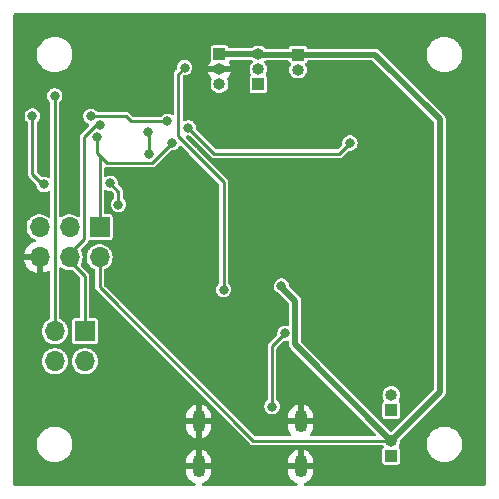
<source format=gbr>
%TF.GenerationSoftware,KiCad,Pcbnew,(7.0.0)*%
%TF.CreationDate,2024-01-31T21:47:27+02:00*%
%TF.ProjectId,FancyLight-V2,46616e63-794c-4696-9768-742d56322e6b,rev?*%
%TF.SameCoordinates,Original*%
%TF.FileFunction,Copper,L2,Bot*%
%TF.FilePolarity,Positive*%
%FSLAX46Y46*%
G04 Gerber Fmt 4.6, Leading zero omitted, Abs format (unit mm)*
G04 Created by KiCad (PCBNEW (7.0.0)) date 2024-01-31 21:47:27*
%MOMM*%
%LPD*%
G01*
G04 APERTURE LIST*
%TA.AperFunction,ComponentPad*%
%ADD10R,1.000000X1.000000*%
%TD*%
%TA.AperFunction,ComponentPad*%
%ADD11O,1.000000X1.000000*%
%TD*%
%TA.AperFunction,ComponentPad*%
%ADD12R,1.700000X1.700000*%
%TD*%
%TA.AperFunction,ComponentPad*%
%ADD13O,1.700000X1.700000*%
%TD*%
%TA.AperFunction,ComponentPad*%
%ADD14O,1.100000X1.900000*%
%TD*%
%TA.AperFunction,ViaPad*%
%ADD15C,0.800000*%
%TD*%
%TA.AperFunction,Conductor*%
%ADD16C,0.250000*%
%TD*%
%TA.AperFunction,Conductor*%
%ADD17C,0.500000*%
%TD*%
G04 APERTURE END LIST*
D10*
%TO.P,SW1,1,A*%
%TO.N,Net-(D7-K)*%
X31999999Y-37469999D03*
D11*
%TO.P,SW1,2,B*%
%TO.N,VBAT*%
X31999999Y-36199999D03*
%TD*%
D12*
%TO.P,J1,1,Pin_1*%
%TO.N,MISO*%
X7299999Y-18124999D03*
D13*
%TO.P,J1,2,Pin_2*%
%TO.N,VBAT*%
X7299999Y-20664999D03*
%TO.P,J1,3,Pin_3*%
%TO.N,SCK*%
X4759999Y-18124999D03*
%TO.P,J1,4,Pin_4*%
%TO.N,MODE1*%
X4759999Y-20664999D03*
%TO.P,J1,5,Pin_5*%
%TO.N,RST*%
X2219999Y-18124999D03*
%TO.P,J1,6,Pin_6*%
%TO.N,BAT-*%
X2219999Y-20664999D03*
%TD*%
D12*
%TO.P,J3,1,Pin_1*%
%TO.N,MODE1*%
X6049999Y-26924999D03*
D13*
%TO.P,J3,2,Pin_2*%
%TO.N,Net-(J3-Pin_2)*%
X6049999Y-29464999D03*
%TO.P,J3,3,Pin_3*%
%TO.N,MODE2*%
X3509999Y-26924999D03*
%TO.P,J3,4,Pin_4*%
%TO.N,Net-(J3-Pin_2)*%
X3509999Y-29464999D03*
%TD*%
D10*
%TO.P,J2,1,Pin_1*%
%TO.N,VBAT*%
X17449999Y-3479999D03*
D11*
%TO.P,J2,2,Pin_2*%
%TO.N,BAT-*%
X17449999Y-4749999D03*
%TO.P,J2,3,Pin_3*%
%TO.N,TRIG*%
X17449999Y-6019999D03*
%TD*%
D10*
%TO.P,R15,1*%
%TO.N,VBAT*%
X24099999Y-3499999D03*
D11*
%TO.P,R15,2*%
%TO.N,Net-(U6-PA3)*%
X24099999Y-4769999D03*
%TD*%
D10*
%TO.P,BT1,1,+*%
%TO.N,BAT+*%
X31999999Y-33599999D03*
D11*
%TO.P,BT1,2,-*%
%TO.N,Net-(BT1--)*%
X31999999Y-32329999D03*
%TD*%
D10*
%TO.P,U5,1,GND*%
%TO.N,Net-(Q2-D)*%
X20749999Y-6019999D03*
D11*
%TO.P,U5,2,DAT*%
%TO.N,R_TRIG*%
X20749999Y-4749999D03*
%TO.P,U5,3,VCC*%
%TO.N,VBAT*%
X20749999Y-3479999D03*
%TD*%
D14*
%TO.P,USB1,7,EH*%
%TO.N,BAT-*%
X15679999Y-34561999D03*
X15679999Y-38362999D03*
X24319999Y-34561999D03*
X24319999Y-38362999D03*
%TD*%
D15*
%TO.N,BAT-*%
X19800000Y-19000000D03*
X28700000Y-19700000D03*
X28700000Y-18300000D03*
X11400000Y-20100000D03*
X22200000Y-7500000D03*
X30300000Y-18300000D03*
X12300000Y-22700000D03*
X21900000Y-15200000D03*
X19500000Y-15200000D03*
X16500000Y-19000000D03*
X10125000Y-8125000D03*
X28700000Y-21100000D03*
X30300000Y-21100000D03*
X8425000Y-6425000D03*
X22200000Y-10600000D03*
X30300000Y-16900000D03*
X28700000Y-16900000D03*
X4400000Y-13100000D03*
X11000000Y-4300000D03*
X10100000Y-6400000D03*
X30300000Y-19700000D03*
X25200000Y-16700000D03*
X15200000Y-19000000D03*
X12200000Y-19000000D03*
%TO.N,Net-(D6-A)*%
X21900000Y-33300000D03*
X23000000Y-27100000D03*
%TO.N,VBAT*%
X22700000Y-23100000D03*
%TO.N,MISO*%
X13462652Y-10962652D03*
X7100000Y-10500000D03*
%TO.N,SCK*%
X11400000Y-10100000D03*
X11500000Y-11900000D03*
%TO.N,MODE1*%
X7350000Y-9450000D03*
%TO.N,PWM*%
X28500000Y-11000000D03*
X14800000Y-9700000D03*
%TO.N,DCDC_EN*%
X14500000Y-4600000D03*
X17800000Y-23400000D03*
%TO.N,MODE2*%
X3500000Y-7000000D03*
%TO.N,Net-(U6-XTAL2{slash}PB1)*%
X1600000Y-8700000D03*
X2600000Y-14500000D03*
X8900000Y-16200000D03*
X8200000Y-14400000D03*
%TO.N,Net-(RN1-R4.1)*%
X6575000Y-8725000D03*
X13050000Y-9150000D03*
%TD*%
D16*
%TO.N,Net-(D6-A)*%
X21900000Y-33300000D02*
X21900000Y-28200000D01*
X21900000Y-28200000D02*
X23000000Y-27100000D01*
D17*
%TO.N,VBAT*%
X32000000Y-36200000D02*
X36100000Y-32100000D01*
X20770000Y-3500000D02*
X20750000Y-3480000D01*
X20750000Y-3480000D02*
X17450000Y-3480000D01*
X22700000Y-23100000D02*
X22600000Y-23100000D01*
X23850000Y-26600000D02*
X23850000Y-24350000D01*
X36100000Y-32100000D02*
X36100000Y-9000000D01*
D16*
X32000000Y-36200000D02*
X20300000Y-36200000D01*
X7300000Y-23200000D02*
X7300000Y-20940000D01*
D17*
X32000000Y-36200000D02*
X23850000Y-28050000D01*
X36100000Y-9000000D02*
X30600000Y-3500000D01*
X23850000Y-24350000D02*
X22700000Y-23200000D01*
X24100000Y-3500000D02*
X20770000Y-3500000D01*
X23850000Y-28050000D02*
X23850000Y-26600000D01*
D16*
X7300000Y-20940000D02*
X7025000Y-20665000D01*
D17*
X22600000Y-23100000D02*
X22700000Y-23200000D01*
X22700000Y-23200000D02*
X22700000Y-23100000D01*
X30600000Y-3500000D02*
X24100000Y-3500000D01*
D16*
X20300000Y-36200000D02*
X7300000Y-23200000D01*
%TO.N,MISO*%
X11750305Y-12675000D02*
X7925000Y-12675000D01*
X7050000Y-11800000D02*
X7050000Y-10450000D01*
X7925000Y-12675000D02*
X7050000Y-11800000D01*
X7300000Y-12050000D02*
X7300000Y-17850000D01*
X7050000Y-11800000D02*
X7300000Y-12050000D01*
X7300000Y-17850000D02*
X7025000Y-18125000D01*
X13462652Y-10962652D02*
X11750305Y-12675000D01*
%TO.N,SCK*%
X11500000Y-10200000D02*
X11400000Y-10100000D01*
X11500000Y-11900000D02*
X11500000Y-10200000D01*
%TO.N,MODE1*%
X6050000Y-22230000D02*
X6050000Y-26925000D01*
X7024695Y-9450000D02*
X6000000Y-10474695D01*
X6000000Y-19150000D02*
X4485000Y-20665000D01*
X7350000Y-9450000D02*
X7024695Y-9450000D01*
X6000000Y-10474695D02*
X6000000Y-19150000D01*
X4485000Y-20665000D02*
X6050000Y-22230000D01*
%TO.N,PWM*%
X27600000Y-11900000D02*
X17000000Y-11900000D01*
X28500000Y-11000000D02*
X27600000Y-11900000D01*
X17000000Y-11900000D02*
X14800000Y-9700000D01*
%TO.N,DCDC_EN*%
X15200000Y-11674695D02*
X15200000Y-11700000D01*
X15200000Y-11700000D02*
X17800000Y-14300000D01*
X14500000Y-4600000D02*
X13962652Y-5137348D01*
X13962652Y-10437347D02*
X15200000Y-11674695D01*
X13962652Y-5137348D02*
X13962652Y-10437347D01*
X17800000Y-14300000D02*
X17800000Y-23400000D01*
%TO.N,MODE2*%
X3500000Y-26915000D02*
X3510000Y-26925000D01*
X3500000Y-7000000D02*
X3500000Y-26915000D01*
%TO.N,Net-(U6-XTAL2{slash}PB1)*%
X8300000Y-14500000D02*
X8300000Y-14400000D01*
X8900000Y-16200000D02*
X8900000Y-15100000D01*
X8200000Y-14400000D02*
X8300000Y-14500000D01*
X2600000Y-14600000D02*
X1600000Y-13600000D01*
X8300000Y-14400000D02*
X8200000Y-14400000D01*
X1600000Y-13600000D02*
X1600000Y-8700000D01*
X8900000Y-15100000D02*
X8300000Y-14500000D01*
%TO.N,Net-(RN1-R4.1)*%
X9525000Y-8725000D02*
X6575000Y-8725000D01*
X13050000Y-9150000D02*
X9950000Y-9150000D01*
X9950000Y-9150000D02*
X9525000Y-8725000D01*
%TD*%
%TA.AperFunction,Conductor*%
%TO.N,BAT-*%
G36*
X39937500Y-17113D02*
G01*
X39982887Y-62500D01*
X39999500Y-124500D01*
X39999500Y-39875500D01*
X39982887Y-39937500D01*
X39937500Y-39982887D01*
X39875500Y-39999500D01*
X24696888Y-39999500D01*
X24630035Y-39979935D01*
X24584278Y-39927414D01*
X24574057Y-39858510D01*
X24602598Y-39794968D01*
X24660893Y-39756839D01*
X24717934Y-39739535D01*
X24729134Y-39734896D01*
X24900795Y-39643142D01*
X24910884Y-39636400D01*
X25061348Y-39512917D01*
X25069917Y-39504348D01*
X25193400Y-39353884D01*
X25200142Y-39343795D01*
X25291896Y-39172134D01*
X25296535Y-39160934D01*
X25353039Y-38974666D01*
X25355405Y-38962771D01*
X25369701Y-38817622D01*
X25370000Y-38811538D01*
X25370000Y-38629326D01*
X25366549Y-38616450D01*
X25353674Y-38613000D01*
X23286326Y-38613000D01*
X23273450Y-38616450D01*
X23270000Y-38629326D01*
X23270000Y-38811538D01*
X23270298Y-38817622D01*
X23284594Y-38962771D01*
X23286960Y-38974666D01*
X23343464Y-39160934D01*
X23348103Y-39172134D01*
X23439857Y-39343795D01*
X23446599Y-39353884D01*
X23570082Y-39504348D01*
X23578651Y-39512917D01*
X23729115Y-39636400D01*
X23739204Y-39643142D01*
X23910865Y-39734896D01*
X23922065Y-39739535D01*
X23979107Y-39756839D01*
X24037402Y-39794968D01*
X24065943Y-39858510D01*
X24055722Y-39927414D01*
X24009965Y-39979935D01*
X23943112Y-39999500D01*
X16056888Y-39999500D01*
X15990035Y-39979935D01*
X15944278Y-39927414D01*
X15934057Y-39858510D01*
X15962598Y-39794968D01*
X16020893Y-39756839D01*
X16077934Y-39739535D01*
X16089134Y-39734896D01*
X16260795Y-39643142D01*
X16270884Y-39636400D01*
X16421348Y-39512917D01*
X16429917Y-39504348D01*
X16553400Y-39353884D01*
X16560142Y-39343795D01*
X16651896Y-39172134D01*
X16656535Y-39160934D01*
X16713039Y-38974666D01*
X16715405Y-38962771D01*
X16729701Y-38817622D01*
X16730000Y-38811538D01*
X16730000Y-38629326D01*
X16726549Y-38616450D01*
X16713674Y-38613000D01*
X14646326Y-38613000D01*
X14633450Y-38616450D01*
X14630000Y-38629326D01*
X14630000Y-38811538D01*
X14630298Y-38817622D01*
X14644594Y-38962771D01*
X14646960Y-38974666D01*
X14703464Y-39160934D01*
X14708103Y-39172134D01*
X14799857Y-39343795D01*
X14806599Y-39353884D01*
X14930082Y-39504348D01*
X14938651Y-39512917D01*
X15089115Y-39636400D01*
X15099204Y-39643142D01*
X15270865Y-39734896D01*
X15282065Y-39739535D01*
X15339107Y-39756839D01*
X15397402Y-39794968D01*
X15425943Y-39858510D01*
X15415722Y-39927414D01*
X15369965Y-39979935D01*
X15303112Y-39999500D01*
X124500Y-39999500D01*
X62500Y-39982887D01*
X17113Y-39937500D01*
X500Y-39875500D01*
X500Y-38096674D01*
X14630000Y-38096674D01*
X14633450Y-38109549D01*
X14646326Y-38113000D01*
X15413674Y-38113000D01*
X15426549Y-38109549D01*
X15430000Y-38096674D01*
X15930000Y-38096674D01*
X15933450Y-38109549D01*
X15946326Y-38113000D01*
X16713674Y-38113000D01*
X16726549Y-38109549D01*
X16730000Y-38096674D01*
X23270000Y-38096674D01*
X23273450Y-38109549D01*
X23286326Y-38113000D01*
X24053674Y-38113000D01*
X24066549Y-38109549D01*
X24070000Y-38096674D01*
X24570000Y-38096674D01*
X24573450Y-38109549D01*
X24586326Y-38113000D01*
X25353674Y-38113000D01*
X25366549Y-38109549D01*
X25370000Y-38096674D01*
X25370000Y-37914462D01*
X25369701Y-37908377D01*
X25355405Y-37763228D01*
X25353039Y-37751333D01*
X25296535Y-37565065D01*
X25291896Y-37553865D01*
X25200142Y-37382204D01*
X25193400Y-37372115D01*
X25069917Y-37221651D01*
X25061348Y-37213082D01*
X24910884Y-37089599D01*
X24900795Y-37082857D01*
X24729134Y-36991103D01*
X24717934Y-36986464D01*
X24583897Y-36945804D01*
X24572612Y-36945111D01*
X24570000Y-36956113D01*
X24570000Y-38096674D01*
X24070000Y-38096674D01*
X24070000Y-36956113D01*
X24067387Y-36945111D01*
X24056102Y-36945804D01*
X23922065Y-36986464D01*
X23910865Y-36991103D01*
X23739204Y-37082857D01*
X23729115Y-37089599D01*
X23578651Y-37213082D01*
X23570082Y-37221651D01*
X23446599Y-37372115D01*
X23439857Y-37382204D01*
X23348103Y-37553865D01*
X23343464Y-37565065D01*
X23286960Y-37751333D01*
X23284594Y-37763228D01*
X23270298Y-37908377D01*
X23270000Y-37914462D01*
X23270000Y-38096674D01*
X16730000Y-38096674D01*
X16730000Y-37914462D01*
X16729701Y-37908377D01*
X16715405Y-37763228D01*
X16713039Y-37751333D01*
X16656535Y-37565065D01*
X16651896Y-37553865D01*
X16560142Y-37382204D01*
X16553400Y-37372115D01*
X16429917Y-37221651D01*
X16421348Y-37213082D01*
X16270884Y-37089599D01*
X16260795Y-37082857D01*
X16089134Y-36991103D01*
X16077934Y-36986464D01*
X15943897Y-36945804D01*
X15932612Y-36945111D01*
X15930000Y-36956113D01*
X15930000Y-38096674D01*
X15430000Y-38096674D01*
X15430000Y-36956113D01*
X15427387Y-36945111D01*
X15416102Y-36945804D01*
X15282065Y-36986464D01*
X15270865Y-36991103D01*
X15099204Y-37082857D01*
X15089115Y-37089599D01*
X14938651Y-37213082D01*
X14930082Y-37221651D01*
X14806599Y-37372115D01*
X14799857Y-37382204D01*
X14708103Y-37553865D01*
X14703464Y-37565065D01*
X14646960Y-37751333D01*
X14644594Y-37763228D01*
X14630298Y-37908377D01*
X14630000Y-37914462D01*
X14630000Y-38096674D01*
X500Y-38096674D01*
X500Y-36624335D01*
X1999500Y-36624335D01*
X2000343Y-36629387D01*
X2000344Y-36629398D01*
X2028738Y-36799551D01*
X2040429Y-36869614D01*
X2042093Y-36874461D01*
X2042094Y-36874465D01*
X2119507Y-37099962D01*
X2119510Y-37099969D01*
X2121172Y-37104810D01*
X2123607Y-37109310D01*
X2123610Y-37109316D01*
X2179766Y-37213082D01*
X2239526Y-37323509D01*
X2392262Y-37519744D01*
X2396029Y-37523211D01*
X2396032Y-37523215D01*
X2571439Y-37684688D01*
X2575215Y-37688164D01*
X2671903Y-37751333D01*
X2779099Y-37821368D01*
X2779102Y-37821369D01*
X2783393Y-37824173D01*
X3011119Y-37924063D01*
X3252179Y-37985108D01*
X3437933Y-38000500D01*
X3559497Y-38000500D01*
X3562067Y-38000500D01*
X3747821Y-37985108D01*
X3988881Y-37924063D01*
X4216607Y-37824173D01*
X4424785Y-37688164D01*
X4607738Y-37519744D01*
X4760474Y-37323509D01*
X4878828Y-37104810D01*
X4959571Y-36869614D01*
X5000500Y-36624335D01*
X5000500Y-36375665D01*
X4959571Y-36130386D01*
X4878828Y-35895190D01*
X4760474Y-35676491D01*
X4607738Y-35480256D01*
X4603970Y-35476787D01*
X4603967Y-35476784D01*
X4428560Y-35315311D01*
X4428559Y-35315310D01*
X4424785Y-35311836D01*
X4416885Y-35306675D01*
X4220900Y-35178631D01*
X4220893Y-35178627D01*
X4216607Y-35175827D01*
X4211916Y-35173769D01*
X4211910Y-35173766D01*
X3993577Y-35077997D01*
X3993578Y-35077997D01*
X3988881Y-35075937D01*
X3983911Y-35074678D01*
X3983910Y-35074678D01*
X3752795Y-35016151D01*
X3752788Y-35016149D01*
X3747821Y-35014892D01*
X3742709Y-35014468D01*
X3742701Y-35014467D01*
X3695285Y-35010538D01*
X14630000Y-35010538D01*
X14630298Y-35016622D01*
X14644594Y-35161771D01*
X14646960Y-35173666D01*
X14703464Y-35359934D01*
X14708103Y-35371134D01*
X14799857Y-35542795D01*
X14806599Y-35552884D01*
X14930082Y-35703348D01*
X14938651Y-35711917D01*
X15089115Y-35835400D01*
X15099204Y-35842142D01*
X15270865Y-35933896D01*
X15282065Y-35938535D01*
X15416102Y-35979195D01*
X15427387Y-35979888D01*
X15430000Y-35968887D01*
X15930000Y-35968887D01*
X15932612Y-35979888D01*
X15943897Y-35979195D01*
X16077934Y-35938535D01*
X16089134Y-35933896D01*
X16260795Y-35842142D01*
X16270884Y-35835400D01*
X16421348Y-35711917D01*
X16429917Y-35703348D01*
X16553400Y-35552884D01*
X16560142Y-35542795D01*
X16651896Y-35371134D01*
X16656535Y-35359934D01*
X16713039Y-35173666D01*
X16715405Y-35161771D01*
X16729701Y-35016622D01*
X16730000Y-35010538D01*
X16730000Y-34828326D01*
X16726549Y-34815450D01*
X16713674Y-34812000D01*
X15946326Y-34812000D01*
X15933450Y-34815450D01*
X15930000Y-34828326D01*
X15930000Y-35968887D01*
X15430000Y-35968887D01*
X15430000Y-34828326D01*
X15426549Y-34815450D01*
X15413674Y-34812000D01*
X14646326Y-34812000D01*
X14633450Y-34815450D01*
X14630000Y-34828326D01*
X14630000Y-35010538D01*
X3695285Y-35010538D01*
X3564633Y-34999712D01*
X3564617Y-34999711D01*
X3562067Y-34999500D01*
X3437933Y-34999500D01*
X3435383Y-34999711D01*
X3435366Y-34999712D01*
X3257298Y-35014467D01*
X3257288Y-35014468D01*
X3252179Y-35014892D01*
X3247213Y-35016149D01*
X3247204Y-35016151D01*
X3016089Y-35074678D01*
X3016084Y-35074679D01*
X3011119Y-35075937D01*
X3006425Y-35077995D01*
X3006422Y-35077997D01*
X2788089Y-35173766D01*
X2788077Y-35173772D01*
X2783393Y-35175827D01*
X2779111Y-35178624D01*
X2779099Y-35178631D01*
X2579512Y-35309028D01*
X2579506Y-35309031D01*
X2575215Y-35311836D01*
X2571446Y-35315305D01*
X2571439Y-35315311D01*
X2396032Y-35476784D01*
X2396023Y-35476793D01*
X2392262Y-35480256D01*
X2389113Y-35484301D01*
X2389111Y-35484304D01*
X2242678Y-35672440D01*
X2242672Y-35672448D01*
X2239526Y-35676491D01*
X2237088Y-35680995D01*
X2237084Y-35681002D01*
X2123610Y-35890683D01*
X2123605Y-35890693D01*
X2121172Y-35895190D01*
X2119511Y-35900026D01*
X2119507Y-35900037D01*
X2042094Y-36125534D01*
X2042092Y-36125541D01*
X2040429Y-36130386D01*
X2039585Y-36135441D01*
X2039585Y-36135443D01*
X2000344Y-36370601D01*
X2000343Y-36370613D01*
X1999500Y-36375665D01*
X1999500Y-36624335D01*
X500Y-36624335D01*
X500Y-34295674D01*
X14630000Y-34295674D01*
X14633450Y-34308549D01*
X14646326Y-34312000D01*
X15413674Y-34312000D01*
X15426549Y-34308549D01*
X15430000Y-34295674D01*
X15930000Y-34295674D01*
X15933450Y-34308549D01*
X15946326Y-34312000D01*
X16713674Y-34312000D01*
X16726549Y-34308549D01*
X16730000Y-34295674D01*
X16730000Y-34113462D01*
X16729701Y-34107377D01*
X16715405Y-33962228D01*
X16713039Y-33950333D01*
X16656535Y-33764065D01*
X16651896Y-33752865D01*
X16560142Y-33581204D01*
X16553400Y-33571115D01*
X16429917Y-33420651D01*
X16421348Y-33412082D01*
X16270884Y-33288599D01*
X16260795Y-33281857D01*
X16089134Y-33190103D01*
X16077934Y-33185464D01*
X15943897Y-33144804D01*
X15932612Y-33144111D01*
X15930000Y-33155113D01*
X15930000Y-34295674D01*
X15430000Y-34295674D01*
X15430000Y-33155113D01*
X15427387Y-33144111D01*
X15416102Y-33144804D01*
X15282065Y-33185464D01*
X15270865Y-33190103D01*
X15099204Y-33281857D01*
X15089115Y-33288599D01*
X14938651Y-33412082D01*
X14930082Y-33420651D01*
X14806599Y-33571115D01*
X14799857Y-33581204D01*
X14708103Y-33752865D01*
X14703464Y-33764065D01*
X14646960Y-33950333D01*
X14644594Y-33962228D01*
X14630298Y-34107377D01*
X14630000Y-34113462D01*
X14630000Y-34295674D01*
X500Y-34295674D01*
X500Y-29465000D01*
X2404785Y-29465000D01*
X2423603Y-29668083D01*
X2425171Y-29673594D01*
X2425173Y-29673604D01*
X2477847Y-29858731D01*
X2477849Y-29858737D01*
X2479418Y-29864250D01*
X2570327Y-30046821D01*
X2573779Y-30051392D01*
X2689778Y-30205001D01*
X2689783Y-30205006D01*
X2693236Y-30209579D01*
X2697472Y-30213440D01*
X2697476Y-30213445D01*
X2799227Y-30306203D01*
X2843959Y-30346981D01*
X3017363Y-30454348D01*
X3207544Y-30528024D01*
X3408024Y-30565500D01*
X3606247Y-30565500D01*
X3611976Y-30565500D01*
X3812456Y-30528024D01*
X4002637Y-30454348D01*
X4176041Y-30346981D01*
X4326764Y-30209579D01*
X4449673Y-30046821D01*
X4540582Y-29864250D01*
X4596397Y-29668083D01*
X4615215Y-29465000D01*
X4944785Y-29465000D01*
X4963603Y-29668083D01*
X4965171Y-29673594D01*
X4965173Y-29673604D01*
X5017847Y-29858731D01*
X5017849Y-29858737D01*
X5019418Y-29864250D01*
X5110327Y-30046821D01*
X5113779Y-30051392D01*
X5229778Y-30205001D01*
X5229783Y-30205006D01*
X5233236Y-30209579D01*
X5237472Y-30213440D01*
X5237476Y-30213445D01*
X5339227Y-30306203D01*
X5383959Y-30346981D01*
X5557363Y-30454348D01*
X5747544Y-30528024D01*
X5948024Y-30565500D01*
X6146247Y-30565500D01*
X6151976Y-30565500D01*
X6352456Y-30528024D01*
X6542637Y-30454348D01*
X6716041Y-30346981D01*
X6866764Y-30209579D01*
X6989673Y-30046821D01*
X7080582Y-29864250D01*
X7136397Y-29668083D01*
X7155215Y-29465000D01*
X7136397Y-29261917D01*
X7080582Y-29065750D01*
X6989673Y-28883179D01*
X6941176Y-28818959D01*
X6870221Y-28724998D01*
X6870217Y-28724994D01*
X6866764Y-28720421D01*
X6862527Y-28716558D01*
X6862523Y-28716554D01*
X6720275Y-28586879D01*
X6720276Y-28586879D01*
X6716041Y-28583019D01*
X6711171Y-28580004D01*
X6711169Y-28580002D01*
X6547511Y-28478670D01*
X6547512Y-28478670D01*
X6542637Y-28475652D01*
X6537294Y-28473582D01*
X6357803Y-28404047D01*
X6357798Y-28404045D01*
X6352456Y-28401976D01*
X6295168Y-28391267D01*
X6157605Y-28365552D01*
X6157602Y-28365551D01*
X6151976Y-28364500D01*
X5948024Y-28364500D01*
X5942398Y-28365551D01*
X5942394Y-28365552D01*
X5753181Y-28400922D01*
X5753178Y-28400922D01*
X5747544Y-28401976D01*
X5742203Y-28404044D01*
X5742196Y-28404047D01*
X5562705Y-28473582D01*
X5562700Y-28473584D01*
X5557363Y-28475652D01*
X5552491Y-28478668D01*
X5552488Y-28478670D01*
X5388830Y-28580002D01*
X5388822Y-28580007D01*
X5383959Y-28583019D01*
X5379728Y-28586875D01*
X5379724Y-28586879D01*
X5237476Y-28716554D01*
X5237466Y-28716564D01*
X5233236Y-28720421D01*
X5229787Y-28724987D01*
X5229778Y-28724998D01*
X5113779Y-28878607D01*
X5113776Y-28878611D01*
X5110327Y-28883179D01*
X5107774Y-28888304D01*
X5107772Y-28888309D01*
X5021976Y-29060612D01*
X5019418Y-29065750D01*
X5017850Y-29071258D01*
X5017847Y-29071268D01*
X4965173Y-29256395D01*
X4965170Y-29256406D01*
X4963603Y-29261917D01*
X4944785Y-29465000D01*
X4615215Y-29465000D01*
X4596397Y-29261917D01*
X4540582Y-29065750D01*
X4449673Y-28883179D01*
X4401176Y-28818959D01*
X4330221Y-28724998D01*
X4330217Y-28724994D01*
X4326764Y-28720421D01*
X4322527Y-28716558D01*
X4322523Y-28716554D01*
X4180275Y-28586879D01*
X4180276Y-28586879D01*
X4176041Y-28583019D01*
X4171171Y-28580004D01*
X4171169Y-28580002D01*
X4007511Y-28478670D01*
X4007512Y-28478670D01*
X4002637Y-28475652D01*
X3997294Y-28473582D01*
X3817803Y-28404047D01*
X3817798Y-28404045D01*
X3812456Y-28401976D01*
X3755168Y-28391267D01*
X3617605Y-28365552D01*
X3617602Y-28365551D01*
X3611976Y-28364500D01*
X3408024Y-28364500D01*
X3402398Y-28365551D01*
X3402394Y-28365552D01*
X3213181Y-28400922D01*
X3213178Y-28400922D01*
X3207544Y-28401976D01*
X3202203Y-28404044D01*
X3202196Y-28404047D01*
X3022705Y-28473582D01*
X3022700Y-28473584D01*
X3017363Y-28475652D01*
X3012491Y-28478668D01*
X3012488Y-28478670D01*
X2848830Y-28580002D01*
X2848822Y-28580007D01*
X2843959Y-28583019D01*
X2839728Y-28586875D01*
X2839724Y-28586879D01*
X2697476Y-28716554D01*
X2697466Y-28716564D01*
X2693236Y-28720421D01*
X2689787Y-28724987D01*
X2689778Y-28724998D01*
X2573779Y-28878607D01*
X2573776Y-28878611D01*
X2570327Y-28883179D01*
X2567774Y-28888304D01*
X2567772Y-28888309D01*
X2481976Y-29060612D01*
X2479418Y-29065750D01*
X2477850Y-29071258D01*
X2477847Y-29071268D01*
X2425173Y-29256395D01*
X2425170Y-29256406D01*
X2423603Y-29261917D01*
X2404785Y-29465000D01*
X500Y-29465000D01*
X500Y-20917551D01*
X892688Y-20917551D01*
X893056Y-20928780D01*
X945168Y-21123263D01*
X948856Y-21133397D01*
X1044113Y-21337676D01*
X1049501Y-21347008D01*
X1178784Y-21531643D01*
X1185721Y-21539909D01*
X1345090Y-21699278D01*
X1353356Y-21706215D01*
X1537991Y-21835498D01*
X1547323Y-21840886D01*
X1751602Y-21936143D01*
X1761736Y-21939831D01*
X1956219Y-21991943D01*
X1967448Y-21992311D01*
X1970000Y-21981369D01*
X1970000Y-20931326D01*
X1966549Y-20918450D01*
X1953674Y-20915000D01*
X903631Y-20915000D01*
X892688Y-20917551D01*
X500Y-20917551D01*
X500Y-20412448D01*
X892688Y-20412448D01*
X903631Y-20415000D01*
X2346000Y-20415000D01*
X2408000Y-20431613D01*
X2453387Y-20477000D01*
X2470000Y-20539000D01*
X2470000Y-21981369D01*
X2472551Y-21992311D01*
X2483780Y-21991943D01*
X2678263Y-21939831D01*
X2688397Y-21936143D01*
X2892676Y-21840886D01*
X2902010Y-21835497D01*
X2929375Y-21816336D01*
X2992389Y-21794176D01*
X3057756Y-21807920D01*
X3106509Y-21853582D01*
X3124500Y-21917910D01*
X3124500Y-25809204D01*
X3114693Y-25857537D01*
X3086821Y-25898224D01*
X3045296Y-25924830D01*
X3022708Y-25933580D01*
X3022695Y-25933586D01*
X3017363Y-25935652D01*
X3012491Y-25938668D01*
X3012488Y-25938670D01*
X2848830Y-26040002D01*
X2848822Y-26040007D01*
X2843959Y-26043019D01*
X2839728Y-26046875D01*
X2839724Y-26046879D01*
X2697476Y-26176554D01*
X2697466Y-26176564D01*
X2693236Y-26180421D01*
X2689787Y-26184987D01*
X2689778Y-26184998D01*
X2573779Y-26338607D01*
X2573776Y-26338611D01*
X2570327Y-26343179D01*
X2567774Y-26348304D01*
X2567772Y-26348309D01*
X2496826Y-26490789D01*
X2479418Y-26525750D01*
X2477850Y-26531258D01*
X2477847Y-26531268D01*
X2425173Y-26716395D01*
X2425170Y-26716406D01*
X2423603Y-26721917D01*
X2423073Y-26727627D01*
X2423073Y-26727632D01*
X2405314Y-26919291D01*
X2404785Y-26925000D01*
X2405314Y-26930709D01*
X2421000Y-27100000D01*
X2423603Y-27128083D01*
X2425171Y-27133594D01*
X2425173Y-27133604D01*
X2477847Y-27318731D01*
X2477849Y-27318737D01*
X2479418Y-27324250D01*
X2570327Y-27506821D01*
X2573779Y-27511392D01*
X2689778Y-27665001D01*
X2689783Y-27665006D01*
X2693236Y-27669579D01*
X2697472Y-27673440D01*
X2697476Y-27673445D01*
X2750412Y-27721702D01*
X2843959Y-27806981D01*
X3017363Y-27914348D01*
X3207544Y-27988024D01*
X3408024Y-28025500D01*
X3606247Y-28025500D01*
X3611976Y-28025500D01*
X3812456Y-27988024D01*
X4002637Y-27914348D01*
X4176041Y-27806981D01*
X4326764Y-27669579D01*
X4449673Y-27506821D01*
X4540582Y-27324250D01*
X4596397Y-27128083D01*
X4615215Y-26925000D01*
X4596397Y-26721917D01*
X4540582Y-26525750D01*
X4449673Y-26343179D01*
X4401176Y-26278959D01*
X4330221Y-26184998D01*
X4330217Y-26184994D01*
X4326764Y-26180421D01*
X4322527Y-26176558D01*
X4322523Y-26176554D01*
X4180275Y-26046879D01*
X4180276Y-26046879D01*
X4176041Y-26043019D01*
X4171171Y-26040004D01*
X4171169Y-26040002D01*
X4007511Y-25938670D01*
X4007512Y-25938670D01*
X4002637Y-25935652D01*
X3997295Y-25933582D01*
X3997288Y-25933579D01*
X3954705Y-25917082D01*
X3913179Y-25890477D01*
X3885308Y-25849789D01*
X3875500Y-25801456D01*
X3875500Y-21628662D01*
X3888500Y-21573390D01*
X3924774Y-21529708D01*
X3976716Y-21506773D01*
X4033435Y-21509396D01*
X4083038Y-21537025D01*
X4093959Y-21546981D01*
X4267363Y-21654348D01*
X4457544Y-21728024D01*
X4658024Y-21765500D01*
X4856247Y-21765500D01*
X4861976Y-21765500D01*
X4867613Y-21764446D01*
X4867615Y-21764446D01*
X4959898Y-21747195D01*
X5019363Y-21750632D01*
X5070365Y-21781402D01*
X5638181Y-22349218D01*
X5665061Y-22389446D01*
X5674500Y-22436899D01*
X5674500Y-25700500D01*
X5657887Y-25762500D01*
X5612500Y-25807887D01*
X5550500Y-25824500D01*
X5175326Y-25824500D01*
X5169351Y-25825688D01*
X5169346Y-25825689D01*
X5114240Y-25836650D01*
X5114235Y-25836651D01*
X5102260Y-25839034D01*
X5092105Y-25845819D01*
X5092103Y-25845820D01*
X5029551Y-25887615D01*
X5029548Y-25887617D01*
X5019399Y-25894399D01*
X5012617Y-25904548D01*
X5012615Y-25904551D01*
X4970820Y-25967103D01*
X4970819Y-25967105D01*
X4964034Y-25977260D01*
X4961651Y-25989235D01*
X4961650Y-25989240D01*
X4950689Y-26044346D01*
X4950688Y-26044351D01*
X4949500Y-26050326D01*
X4949500Y-27799674D01*
X4950688Y-27805649D01*
X4950689Y-27805653D01*
X4961650Y-27860759D01*
X4961651Y-27860762D01*
X4964034Y-27872740D01*
X5019399Y-27955601D01*
X5102260Y-28010966D01*
X5175326Y-28025500D01*
X6918579Y-28025500D01*
X6924674Y-28025500D01*
X6997740Y-28010966D01*
X7080601Y-27955601D01*
X7135966Y-27872740D01*
X7150500Y-27799674D01*
X7150500Y-26050326D01*
X7135966Y-25977260D01*
X7080601Y-25894399D01*
X6997740Y-25839034D01*
X6985762Y-25836651D01*
X6985759Y-25836650D01*
X6930653Y-25825689D01*
X6930649Y-25825688D01*
X6924674Y-25824500D01*
X6918579Y-25824500D01*
X6549500Y-25824500D01*
X6487500Y-25807887D01*
X6442113Y-25762500D01*
X6425500Y-25700500D01*
X6425500Y-22281805D01*
X6428140Y-22256356D01*
X6428258Y-22255790D01*
X6428258Y-22255789D01*
X6430367Y-22245732D01*
X6426451Y-22214323D01*
X6426128Y-22209113D01*
X6425924Y-22209130D01*
X6425500Y-22204018D01*
X6425500Y-22198886D01*
X6422074Y-22178362D01*
X6421341Y-22173326D01*
X6416137Y-22131572D01*
X6414866Y-22121374D01*
X6411373Y-22114229D01*
X6410065Y-22106390D01*
X6385158Y-22060366D01*
X6382837Y-22055859D01*
X6359826Y-22008789D01*
X6354202Y-22003165D01*
X6350419Y-21996174D01*
X6342858Y-21989214D01*
X6342857Y-21989212D01*
X6311917Y-21960730D01*
X6308219Y-21957182D01*
X5728915Y-21377877D01*
X5700969Y-21334990D01*
X5692728Y-21284469D01*
X5705594Y-21234928D01*
X5790582Y-21064250D01*
X5846397Y-20868083D01*
X5865215Y-20665000D01*
X6194785Y-20665000D01*
X6213603Y-20868083D01*
X6215171Y-20873594D01*
X6215173Y-20873604D01*
X6267847Y-21058731D01*
X6267849Y-21058737D01*
X6269418Y-21064250D01*
X6360327Y-21246821D01*
X6363779Y-21251392D01*
X6479778Y-21405001D01*
X6479783Y-21405006D01*
X6483236Y-21409579D01*
X6487472Y-21413440D01*
X6487476Y-21413445D01*
X6589227Y-21506203D01*
X6633959Y-21546981D01*
X6807363Y-21654348D01*
X6812709Y-21656419D01*
X6812711Y-21656420D01*
X6845295Y-21669044D01*
X6886821Y-21695650D01*
X6914692Y-21736337D01*
X6924500Y-21784670D01*
X6924500Y-23148195D01*
X6921860Y-23173644D01*
X6921741Y-23174209D01*
X6921740Y-23174216D01*
X6919633Y-23184268D01*
X6920903Y-23194458D01*
X6920903Y-23194462D01*
X6923548Y-23215676D01*
X6923871Y-23220891D01*
X6924077Y-23220874D01*
X6924500Y-23225981D01*
X6924500Y-23231114D01*
X6925344Y-23236172D01*
X6925345Y-23236184D01*
X6927918Y-23251603D01*
X6928657Y-23256670D01*
X6929550Y-23263832D01*
X6935134Y-23308626D01*
X6938626Y-23315770D01*
X6939935Y-23323610D01*
X6964845Y-23369641D01*
X6967171Y-23374161D01*
X6985660Y-23411979D01*
X6985661Y-23411981D01*
X6990174Y-23421211D01*
X6995797Y-23426834D01*
X6999581Y-23433826D01*
X7007138Y-23440782D01*
X7007139Y-23440784D01*
X7038082Y-23469269D01*
X7041780Y-23472817D01*
X19997850Y-36428887D01*
X20013974Y-36448741D01*
X20019916Y-36457836D01*
X20028018Y-36464142D01*
X20028021Y-36464145D01*
X20044894Y-36477277D01*
X20048808Y-36480734D01*
X20048942Y-36480577D01*
X20052848Y-36483885D01*
X20056482Y-36487519D01*
X20072202Y-36498742D01*
X20073389Y-36499590D01*
X20077500Y-36502655D01*
X20118811Y-36534809D01*
X20126331Y-36537390D01*
X20132801Y-36542010D01*
X20182940Y-36556937D01*
X20187822Y-36558501D01*
X20213109Y-36567181D01*
X20237340Y-36575500D01*
X20245293Y-36575500D01*
X20252911Y-36577768D01*
X20305191Y-36575606D01*
X20310315Y-36575500D01*
X31237305Y-36575500D01*
X31293600Y-36589015D01*
X31337623Y-36626615D01*
X31359778Y-36680102D01*
X31355236Y-36737818D01*
X31326558Y-36784615D01*
X31319399Y-36789399D01*
X31312617Y-36799548D01*
X31312615Y-36799551D01*
X31270820Y-36862103D01*
X31270819Y-36862105D01*
X31264034Y-36872260D01*
X31261651Y-36884235D01*
X31261650Y-36884240D01*
X31250689Y-36939346D01*
X31250688Y-36939351D01*
X31249500Y-36945326D01*
X31249500Y-37994674D01*
X31250688Y-38000649D01*
X31250689Y-38000653D01*
X31261650Y-38055759D01*
X31261651Y-38055762D01*
X31264034Y-38067740D01*
X31319399Y-38150601D01*
X31402260Y-38205966D01*
X31475326Y-38220500D01*
X32518579Y-38220500D01*
X32524674Y-38220500D01*
X32597740Y-38205966D01*
X32680601Y-38150601D01*
X32735966Y-38067740D01*
X32750500Y-37994674D01*
X32750500Y-36945326D01*
X32735966Y-36872260D01*
X32680601Y-36789399D01*
X32670448Y-36782615D01*
X32670445Y-36782612D01*
X32664930Y-36778927D01*
X32623127Y-36731706D01*
X32609958Y-36670030D01*
X32624288Y-36624335D01*
X34999500Y-36624335D01*
X35000343Y-36629387D01*
X35000344Y-36629398D01*
X35028738Y-36799551D01*
X35040429Y-36869614D01*
X35042093Y-36874461D01*
X35042094Y-36874465D01*
X35119507Y-37099962D01*
X35119510Y-37099969D01*
X35121172Y-37104810D01*
X35123607Y-37109310D01*
X35123610Y-37109316D01*
X35179766Y-37213082D01*
X35239526Y-37323509D01*
X35392262Y-37519744D01*
X35396029Y-37523211D01*
X35396032Y-37523215D01*
X35571439Y-37684688D01*
X35575215Y-37688164D01*
X35671903Y-37751333D01*
X35779099Y-37821368D01*
X35779102Y-37821369D01*
X35783393Y-37824173D01*
X36011119Y-37924063D01*
X36252179Y-37985108D01*
X36437933Y-38000500D01*
X36559497Y-38000500D01*
X36562067Y-38000500D01*
X36747821Y-37985108D01*
X36988881Y-37924063D01*
X37216607Y-37824173D01*
X37424785Y-37688164D01*
X37607738Y-37519744D01*
X37760474Y-37323509D01*
X37878828Y-37104810D01*
X37959571Y-36869614D01*
X38000500Y-36624335D01*
X38000500Y-36375665D01*
X37959571Y-36130386D01*
X37878828Y-35895190D01*
X37760474Y-35676491D01*
X37607738Y-35480256D01*
X37603970Y-35476787D01*
X37603967Y-35476784D01*
X37428560Y-35315311D01*
X37428559Y-35315310D01*
X37424785Y-35311836D01*
X37416885Y-35306675D01*
X37220900Y-35178631D01*
X37220893Y-35178627D01*
X37216607Y-35175827D01*
X37211916Y-35173769D01*
X37211910Y-35173766D01*
X36993577Y-35077997D01*
X36993578Y-35077997D01*
X36988881Y-35075937D01*
X36983911Y-35074678D01*
X36983910Y-35074678D01*
X36752795Y-35016151D01*
X36752788Y-35016149D01*
X36747821Y-35014892D01*
X36742709Y-35014468D01*
X36742701Y-35014467D01*
X36564633Y-34999712D01*
X36564617Y-34999711D01*
X36562067Y-34999500D01*
X36437933Y-34999500D01*
X36435383Y-34999711D01*
X36435366Y-34999712D01*
X36257298Y-35014467D01*
X36257288Y-35014468D01*
X36252179Y-35014892D01*
X36247213Y-35016149D01*
X36247204Y-35016151D01*
X36016089Y-35074678D01*
X36016084Y-35074679D01*
X36011119Y-35075937D01*
X36006425Y-35077995D01*
X36006422Y-35077997D01*
X35788089Y-35173766D01*
X35788077Y-35173772D01*
X35783393Y-35175827D01*
X35779111Y-35178624D01*
X35779099Y-35178631D01*
X35579512Y-35309028D01*
X35579506Y-35309031D01*
X35575215Y-35311836D01*
X35571446Y-35315305D01*
X35571439Y-35315311D01*
X35396032Y-35476784D01*
X35396023Y-35476793D01*
X35392262Y-35480256D01*
X35389113Y-35484301D01*
X35389111Y-35484304D01*
X35242678Y-35672440D01*
X35242672Y-35672448D01*
X35239526Y-35676491D01*
X35237088Y-35680995D01*
X35237084Y-35681002D01*
X35123610Y-35890683D01*
X35123605Y-35890693D01*
X35121172Y-35895190D01*
X35119511Y-35900026D01*
X35119507Y-35900037D01*
X35042094Y-36125534D01*
X35042092Y-36125541D01*
X35040429Y-36130386D01*
X35039585Y-36135441D01*
X35039585Y-36135443D01*
X35000344Y-36370601D01*
X35000343Y-36370613D01*
X34999500Y-36375665D01*
X34999500Y-36624335D01*
X32624288Y-36624335D01*
X32628829Y-36609853D01*
X32680456Y-36527690D01*
X32736313Y-36368059D01*
X32755249Y-36200000D01*
X32755401Y-36200017D01*
X32763908Y-36157253D01*
X32790788Y-36117025D01*
X34595813Y-34312000D01*
X36406430Y-32501382D01*
X36417036Y-32492836D01*
X36416961Y-32492749D01*
X36423667Y-32486937D01*
X36431128Y-32482143D01*
X36463653Y-32444604D01*
X36469674Y-32438139D01*
X36479221Y-32428593D01*
X36487318Y-32417775D01*
X36492855Y-32410903D01*
X36525377Y-32373373D01*
X36529062Y-32365301D01*
X36533855Y-32357845D01*
X36533954Y-32357908D01*
X36534330Y-32357274D01*
X36534228Y-32357219D01*
X36538478Y-32349433D01*
X36543796Y-32342331D01*
X36561155Y-32295787D01*
X36564526Y-32287647D01*
X36585165Y-32242457D01*
X36586427Y-32233675D01*
X36588925Y-32225169D01*
X36589037Y-32225202D01*
X36589220Y-32224484D01*
X36589106Y-32224460D01*
X36590990Y-32215793D01*
X36594091Y-32207483D01*
X36597633Y-32157949D01*
X36598578Y-32149162D01*
X36600500Y-32135799D01*
X36600500Y-32122308D01*
X36600816Y-32113461D01*
X36603726Y-32072773D01*
X36604359Y-32063927D01*
X36602473Y-32055260D01*
X36601841Y-32046414D01*
X36601956Y-32046405D01*
X36600500Y-32032856D01*
X36600500Y-9067144D01*
X36601956Y-9053594D01*
X36601841Y-9053586D01*
X36602473Y-9044739D01*
X36604359Y-9036073D01*
X36600815Y-8986538D01*
X36600500Y-8977692D01*
X36600500Y-8968636D01*
X36600500Y-8964201D01*
X36598578Y-8950837D01*
X36597633Y-8942046D01*
X36594091Y-8892517D01*
X36590990Y-8884204D01*
X36589106Y-8875540D01*
X36589220Y-8875515D01*
X36589037Y-8874798D01*
X36588925Y-8874832D01*
X36586427Y-8866326D01*
X36585165Y-8857543D01*
X36564530Y-8812360D01*
X36561159Y-8804222D01*
X36543796Y-8757669D01*
X36538478Y-8750565D01*
X36534230Y-8742785D01*
X36534332Y-8742729D01*
X36533953Y-8742090D01*
X36533855Y-8742154D01*
X36529061Y-8734694D01*
X36525377Y-8726627D01*
X36519570Y-8719925D01*
X36519566Y-8719919D01*
X36492860Y-8689099D01*
X36487306Y-8682207D01*
X36485197Y-8679390D01*
X36479221Y-8671407D01*
X36469676Y-8661862D01*
X36463658Y-8655400D01*
X36431128Y-8617857D01*
X36423668Y-8613063D01*
X36416963Y-8607252D01*
X36417038Y-8607164D01*
X36406427Y-8598613D01*
X31432149Y-3624335D01*
X34999500Y-3624335D01*
X35000343Y-3629387D01*
X35000344Y-3629398D01*
X35038952Y-3860768D01*
X35040429Y-3869614D01*
X35042093Y-3874461D01*
X35042094Y-3874465D01*
X35119507Y-4099962D01*
X35119510Y-4099969D01*
X35121172Y-4104810D01*
X35123607Y-4109310D01*
X35123610Y-4109316D01*
X35228153Y-4302494D01*
X35239526Y-4323509D01*
X35392262Y-4519744D01*
X35396029Y-4523211D01*
X35396032Y-4523215D01*
X35487533Y-4607447D01*
X35575215Y-4688164D01*
X35602895Y-4706248D01*
X35779099Y-4821368D01*
X35779102Y-4821369D01*
X35783393Y-4824173D01*
X36011119Y-4924063D01*
X36252179Y-4985108D01*
X36437933Y-5000500D01*
X36559497Y-5000500D01*
X36562067Y-5000500D01*
X36747821Y-4985108D01*
X36988881Y-4924063D01*
X37216607Y-4824173D01*
X37424785Y-4688164D01*
X37607738Y-4519744D01*
X37760474Y-4323509D01*
X37878828Y-4104810D01*
X37959571Y-3869614D01*
X38000500Y-3624335D01*
X38000500Y-3375665D01*
X37959571Y-3130386D01*
X37878828Y-2895190D01*
X37760474Y-2676491D01*
X37607738Y-2480256D01*
X37603970Y-2476787D01*
X37603967Y-2476784D01*
X37428560Y-2315311D01*
X37428559Y-2315310D01*
X37424785Y-2311836D01*
X37416885Y-2306675D01*
X37220900Y-2178631D01*
X37220893Y-2178627D01*
X37216607Y-2175827D01*
X37211916Y-2173769D01*
X37211910Y-2173766D01*
X36993577Y-2077997D01*
X36993578Y-2077997D01*
X36988881Y-2075937D01*
X36983911Y-2074678D01*
X36983910Y-2074678D01*
X36752795Y-2016151D01*
X36752788Y-2016149D01*
X36747821Y-2014892D01*
X36742709Y-2014468D01*
X36742701Y-2014467D01*
X36564633Y-1999712D01*
X36564617Y-1999711D01*
X36562067Y-1999500D01*
X36437933Y-1999500D01*
X36435383Y-1999711D01*
X36435366Y-1999712D01*
X36257298Y-2014467D01*
X36257288Y-2014468D01*
X36252179Y-2014892D01*
X36247213Y-2016149D01*
X36247204Y-2016151D01*
X36016089Y-2074678D01*
X36016084Y-2074679D01*
X36011119Y-2075937D01*
X36006425Y-2077995D01*
X36006422Y-2077997D01*
X35788089Y-2173766D01*
X35788077Y-2173772D01*
X35783393Y-2175827D01*
X35779111Y-2178624D01*
X35779099Y-2178631D01*
X35579512Y-2309028D01*
X35579506Y-2309031D01*
X35575215Y-2311836D01*
X35571446Y-2315305D01*
X35571439Y-2315311D01*
X35396032Y-2476784D01*
X35396023Y-2476793D01*
X35392262Y-2480256D01*
X35389113Y-2484301D01*
X35389111Y-2484304D01*
X35242678Y-2672440D01*
X35242672Y-2672448D01*
X35239526Y-2676491D01*
X35237088Y-2680995D01*
X35237084Y-2681002D01*
X35123610Y-2890683D01*
X35123605Y-2890693D01*
X35121172Y-2895190D01*
X35119511Y-2900026D01*
X35119507Y-2900037D01*
X35042094Y-3125534D01*
X35042092Y-3125541D01*
X35040429Y-3130386D01*
X35039585Y-3135441D01*
X35039585Y-3135443D01*
X35000344Y-3370601D01*
X35000343Y-3370613D01*
X34999500Y-3375665D01*
X34999500Y-3624335D01*
X31432149Y-3624335D01*
X31001385Y-3193571D01*
X30992835Y-3182961D01*
X30992748Y-3183037D01*
X30986934Y-3176328D01*
X30982143Y-3168872D01*
X30975444Y-3163067D01*
X30975442Y-3163065D01*
X30944615Y-3136354D01*
X30938136Y-3130322D01*
X30931730Y-3123916D01*
X30928593Y-3120779D01*
X30917785Y-3112688D01*
X30910907Y-3107147D01*
X30873373Y-3074623D01*
X30865307Y-3070939D01*
X30857845Y-3066143D01*
X30857907Y-3066046D01*
X30857267Y-3065666D01*
X30857212Y-3065768D01*
X30849431Y-3061519D01*
X30842331Y-3056204D01*
X30834023Y-3053105D01*
X30834021Y-3053104D01*
X30795790Y-3038845D01*
X30787613Y-3035457D01*
X30750527Y-3018520D01*
X30750524Y-3018519D01*
X30742457Y-3014835D01*
X30733676Y-3013572D01*
X30725171Y-3011075D01*
X30725203Y-3010964D01*
X30724479Y-3010779D01*
X30724455Y-3010892D01*
X30715789Y-3009006D01*
X30707483Y-3005909D01*
X30698642Y-3005276D01*
X30698640Y-3005276D01*
X30657946Y-3002365D01*
X30649155Y-3001420D01*
X30635799Y-2999500D01*
X30631370Y-2999500D01*
X30622308Y-2999500D01*
X30613461Y-2999184D01*
X30572773Y-2996273D01*
X30572767Y-2996273D01*
X30563927Y-2995641D01*
X30555262Y-2997525D01*
X30546414Y-2998159D01*
X30546405Y-2998043D01*
X30532856Y-2999500D01*
X24956519Y-2999500D01*
X24909066Y-2990061D01*
X24868837Y-2963180D01*
X24841957Y-2922951D01*
X24838349Y-2914241D01*
X24835966Y-2902260D01*
X24780601Y-2819399D01*
X24697740Y-2764034D01*
X24685762Y-2761651D01*
X24685759Y-2761650D01*
X24630653Y-2750689D01*
X24630649Y-2750688D01*
X24624674Y-2749500D01*
X23575326Y-2749500D01*
X23569351Y-2750688D01*
X23569346Y-2750689D01*
X23514240Y-2761650D01*
X23514235Y-2761651D01*
X23502260Y-2764034D01*
X23492105Y-2770819D01*
X23492103Y-2770820D01*
X23429551Y-2812615D01*
X23429548Y-2812617D01*
X23419399Y-2819399D01*
X23412617Y-2829548D01*
X23412615Y-2829551D01*
X23377397Y-2882260D01*
X23364034Y-2902260D01*
X23361650Y-2914239D01*
X23358043Y-2922951D01*
X23331163Y-2963180D01*
X23290934Y-2990061D01*
X23243481Y-2999500D01*
X21382229Y-2999500D01*
X21334776Y-2990061D01*
X21294548Y-2963181D01*
X21225818Y-2894451D01*
X21220890Y-2889523D01*
X21077690Y-2799544D01*
X21071124Y-2797246D01*
X21071121Y-2797245D01*
X20924633Y-2745987D01*
X20924630Y-2745986D01*
X20918059Y-2743687D01*
X20911142Y-2742907D01*
X20911135Y-2742906D01*
X20756923Y-2725531D01*
X20750000Y-2724751D01*
X20743077Y-2725531D01*
X20588864Y-2742906D01*
X20588855Y-2742907D01*
X20581941Y-2743687D01*
X20575371Y-2745985D01*
X20575366Y-2745987D01*
X20428878Y-2797245D01*
X20428872Y-2797247D01*
X20422310Y-2799544D01*
X20416419Y-2803245D01*
X20416418Y-2803246D01*
X20285010Y-2885815D01*
X20285005Y-2885818D01*
X20279110Y-2889523D01*
X20274185Y-2894447D01*
X20274181Y-2894451D01*
X20225452Y-2943181D01*
X20185224Y-2970061D01*
X20137771Y-2979500D01*
X18306519Y-2979500D01*
X18259066Y-2970061D01*
X18218837Y-2943180D01*
X18191957Y-2902951D01*
X18188349Y-2894240D01*
X18185966Y-2882260D01*
X18130601Y-2799399D01*
X18047740Y-2744034D01*
X18035762Y-2741651D01*
X18035759Y-2741650D01*
X17980653Y-2730689D01*
X17980649Y-2730688D01*
X17974674Y-2729500D01*
X16925326Y-2729500D01*
X16919351Y-2730688D01*
X16919346Y-2730689D01*
X16864240Y-2741650D01*
X16864235Y-2741651D01*
X16852260Y-2744034D01*
X16842105Y-2750819D01*
X16842103Y-2750820D01*
X16779551Y-2792615D01*
X16779548Y-2792617D01*
X16769399Y-2799399D01*
X16762617Y-2809548D01*
X16762615Y-2809551D01*
X16720820Y-2872103D01*
X16720819Y-2872105D01*
X16714034Y-2882260D01*
X16711651Y-2894235D01*
X16711650Y-2894240D01*
X16700689Y-2949346D01*
X16700688Y-2949351D01*
X16699500Y-2955326D01*
X16699500Y-4004674D01*
X16700688Y-4010648D01*
X16700689Y-4010654D01*
X16701429Y-4014373D01*
X16700093Y-4068689D01*
X16675664Y-4117220D01*
X16618373Y-4187029D01*
X16611633Y-4197117D01*
X16524520Y-4360094D01*
X16519883Y-4371287D01*
X16485054Y-4486103D01*
X16484361Y-4497387D01*
X16495363Y-4500000D01*
X18404637Y-4500000D01*
X18415638Y-4497387D01*
X18414945Y-4486103D01*
X18380116Y-4371287D01*
X18375479Y-4360094D01*
X18288366Y-4197117D01*
X18281626Y-4187029D01*
X18278454Y-4183164D01*
X18251240Y-4119678D01*
X18262214Y-4051483D01*
X18307969Y-3999738D01*
X18374308Y-3980500D01*
X20137771Y-3980500D01*
X20185224Y-3989939D01*
X20225452Y-4016819D01*
X20235952Y-4027319D01*
X20268046Y-4082906D01*
X20268046Y-4147094D01*
X20235952Y-4202681D01*
X20164451Y-4274181D01*
X20164447Y-4274185D01*
X20159523Y-4279110D01*
X20155818Y-4285005D01*
X20155815Y-4285010D01*
X20108605Y-4360145D01*
X20069544Y-4422310D01*
X20067247Y-4428872D01*
X20067245Y-4428878D01*
X20015987Y-4575366D01*
X20015985Y-4575371D01*
X20013687Y-4581941D01*
X20012907Y-4588855D01*
X20012906Y-4588864D01*
X19999169Y-4710788D01*
X19994751Y-4750000D01*
X19995531Y-4756923D01*
X20012906Y-4911135D01*
X20012907Y-4911142D01*
X20013687Y-4918059D01*
X20015986Y-4924630D01*
X20015987Y-4924633D01*
X20056180Y-5039500D01*
X20069544Y-5077690D01*
X20073245Y-5083580D01*
X20073246Y-5083582D01*
X20121171Y-5159854D01*
X20140041Y-5220029D01*
X20126873Y-5281704D01*
X20085072Y-5328925D01*
X20079555Y-5332611D01*
X20079548Y-5332617D01*
X20069399Y-5339399D01*
X20062617Y-5349548D01*
X20062615Y-5349551D01*
X20020820Y-5412103D01*
X20020819Y-5412105D01*
X20014034Y-5422260D01*
X20011651Y-5434235D01*
X20011650Y-5434240D01*
X20000689Y-5489346D01*
X20000688Y-5489351D01*
X19999500Y-5495326D01*
X19999500Y-6544674D01*
X20000688Y-6550649D01*
X20000689Y-6550653D01*
X20011650Y-6605759D01*
X20011651Y-6605762D01*
X20014034Y-6617740D01*
X20069399Y-6700601D01*
X20152260Y-6755966D01*
X20225326Y-6770500D01*
X21268579Y-6770500D01*
X21274674Y-6770500D01*
X21347740Y-6755966D01*
X21430601Y-6700601D01*
X21485966Y-6617740D01*
X21500500Y-6544674D01*
X21500500Y-5495326D01*
X21485966Y-5422260D01*
X21430601Y-5339399D01*
X21420448Y-5332615D01*
X21420445Y-5332612D01*
X21414930Y-5328927D01*
X21373127Y-5281706D01*
X21359958Y-5220030D01*
X21378829Y-5159853D01*
X21386488Y-5147664D01*
X21430456Y-5077690D01*
X21486313Y-4918059D01*
X21502996Y-4770000D01*
X21504469Y-4756923D01*
X21505249Y-4750000D01*
X21486313Y-4581941D01*
X21430456Y-4422310D01*
X21340477Y-4279110D01*
X21273548Y-4212181D01*
X21243298Y-4162818D01*
X21238756Y-4105102D01*
X21260911Y-4051615D01*
X21304934Y-4014015D01*
X21361229Y-4000500D01*
X23243481Y-4000500D01*
X23290934Y-4009939D01*
X23331163Y-4036820D01*
X23358043Y-4077049D01*
X23361650Y-4085759D01*
X23364034Y-4097740D01*
X23397011Y-4147094D01*
X23405967Y-4160499D01*
X23419399Y-4180601D01*
X23429551Y-4187384D01*
X23429553Y-4187386D01*
X23435068Y-4191071D01*
X23476871Y-4238291D01*
X23490042Y-4299967D01*
X23471171Y-4360144D01*
X23423248Y-4436413D01*
X23423246Y-4436418D01*
X23419544Y-4442310D01*
X23417247Y-4448872D01*
X23417245Y-4448878D01*
X23365987Y-4595366D01*
X23365985Y-4595371D01*
X23363687Y-4601941D01*
X23362907Y-4608855D01*
X23362906Y-4608864D01*
X23347075Y-4749370D01*
X23344751Y-4770000D01*
X23345531Y-4776923D01*
X23362906Y-4931135D01*
X23362907Y-4931142D01*
X23363687Y-4938059D01*
X23365986Y-4944630D01*
X23365987Y-4944633D01*
X23416524Y-5089061D01*
X23419544Y-5097690D01*
X23509523Y-5240890D01*
X23629110Y-5360477D01*
X23772310Y-5450456D01*
X23931941Y-5506313D01*
X24100000Y-5525249D01*
X24268059Y-5506313D01*
X24427690Y-5450456D01*
X24570890Y-5360477D01*
X24690477Y-5240890D01*
X24780456Y-5097690D01*
X24836313Y-4938059D01*
X24855249Y-4770000D01*
X24836313Y-4601941D01*
X24780456Y-4442310D01*
X24728827Y-4360144D01*
X24709957Y-4299967D01*
X24723129Y-4238290D01*
X24764934Y-4191069D01*
X24780601Y-4180601D01*
X24835966Y-4097740D01*
X24838349Y-4085758D01*
X24841957Y-4077049D01*
X24868837Y-4036820D01*
X24909066Y-4009939D01*
X24956519Y-4000500D01*
X30341324Y-4000500D01*
X30388777Y-4009939D01*
X30429005Y-4036819D01*
X35563181Y-9170995D01*
X35590061Y-9211223D01*
X35599500Y-9258676D01*
X35599500Y-31841324D01*
X35590061Y-31888777D01*
X35563181Y-31929005D01*
X32087680Y-35404504D01*
X32032093Y-35436598D01*
X31967905Y-35436598D01*
X31912318Y-35404504D01*
X28837814Y-32330000D01*
X31244751Y-32330000D01*
X31245531Y-32336923D01*
X31262906Y-32491135D01*
X31262907Y-32491142D01*
X31263687Y-32498059D01*
X31319544Y-32657690D01*
X31323245Y-32663580D01*
X31323246Y-32663582D01*
X31371171Y-32739854D01*
X31390041Y-32800029D01*
X31376873Y-32861704D01*
X31335072Y-32908925D01*
X31329555Y-32912611D01*
X31329548Y-32912617D01*
X31319399Y-32919399D01*
X31312617Y-32929548D01*
X31312615Y-32929551D01*
X31270820Y-32992103D01*
X31270819Y-32992105D01*
X31264034Y-33002260D01*
X31261651Y-33014235D01*
X31261650Y-33014240D01*
X31250689Y-33069346D01*
X31250688Y-33069351D01*
X31249500Y-33075326D01*
X31249500Y-34124674D01*
X31250688Y-34130649D01*
X31250689Y-34130653D01*
X31261650Y-34185759D01*
X31261651Y-34185762D01*
X31264034Y-34197740D01*
X31319399Y-34280601D01*
X31402260Y-34335966D01*
X31475326Y-34350500D01*
X32518579Y-34350500D01*
X32524674Y-34350500D01*
X32597740Y-34335966D01*
X32680601Y-34280601D01*
X32735966Y-34197740D01*
X32750500Y-34124674D01*
X32750500Y-33075326D01*
X32735966Y-33002260D01*
X32680601Y-32919399D01*
X32670448Y-32912615D01*
X32670445Y-32912612D01*
X32664930Y-32908927D01*
X32623127Y-32861706D01*
X32609958Y-32800030D01*
X32628829Y-32739853D01*
X32648972Y-32707796D01*
X32680456Y-32657690D01*
X32736313Y-32498059D01*
X32755249Y-32330000D01*
X32736313Y-32161941D01*
X32680456Y-32002310D01*
X32590477Y-31859110D01*
X32470890Y-31739523D01*
X32327690Y-31649544D01*
X32321124Y-31647246D01*
X32321121Y-31647245D01*
X32174633Y-31595987D01*
X32174630Y-31595986D01*
X32168059Y-31593687D01*
X32161142Y-31592907D01*
X32161135Y-31592906D01*
X32006923Y-31575531D01*
X32000000Y-31574751D01*
X31993077Y-31575531D01*
X31838864Y-31592906D01*
X31838855Y-31592907D01*
X31831941Y-31593687D01*
X31825371Y-31595985D01*
X31825366Y-31595987D01*
X31678878Y-31647245D01*
X31678872Y-31647247D01*
X31672310Y-31649544D01*
X31666419Y-31653245D01*
X31666418Y-31653246D01*
X31535010Y-31735815D01*
X31535005Y-31735818D01*
X31529110Y-31739523D01*
X31524185Y-31744447D01*
X31524181Y-31744451D01*
X31414451Y-31854181D01*
X31414447Y-31854185D01*
X31409523Y-31859110D01*
X31405818Y-31865005D01*
X31405815Y-31865010D01*
X31323246Y-31996418D01*
X31319544Y-32002310D01*
X31317247Y-32008872D01*
X31317245Y-32008878D01*
X31265987Y-32155366D01*
X31265985Y-32155371D01*
X31263687Y-32161941D01*
X31262907Y-32168855D01*
X31262906Y-32168864D01*
X31253706Y-32250522D01*
X31244751Y-32330000D01*
X28837814Y-32330000D01*
X24386819Y-27879005D01*
X24359939Y-27838777D01*
X24350500Y-27791324D01*
X24350500Y-24417144D01*
X24351956Y-24403594D01*
X24351841Y-24403586D01*
X24352473Y-24394739D01*
X24354359Y-24386073D01*
X24350815Y-24336538D01*
X24350500Y-24327692D01*
X24350500Y-24318636D01*
X24350500Y-24314201D01*
X24348578Y-24300837D01*
X24347633Y-24292046D01*
X24344091Y-24242517D01*
X24340990Y-24234204D01*
X24339106Y-24225540D01*
X24339220Y-24225515D01*
X24339037Y-24224798D01*
X24338925Y-24224832D01*
X24336427Y-24216326D01*
X24335165Y-24207543D01*
X24314530Y-24162360D01*
X24311159Y-24154222D01*
X24293796Y-24107669D01*
X24288478Y-24100565D01*
X24284230Y-24092785D01*
X24284332Y-24092729D01*
X24283953Y-24092090D01*
X24283855Y-24092154D01*
X24279061Y-24084694D01*
X24275377Y-24076627D01*
X24269570Y-24069925D01*
X24269566Y-24069919D01*
X24242860Y-24039099D01*
X24237306Y-24032207D01*
X24235197Y-24029390D01*
X24229221Y-24021407D01*
X24219675Y-24011861D01*
X24213658Y-24005400D01*
X24181128Y-23967857D01*
X24173668Y-23963063D01*
X24166963Y-23957252D01*
X24167038Y-23957164D01*
X24156427Y-23948613D01*
X23390693Y-23182879D01*
X23363813Y-23142651D01*
X23355327Y-23099993D01*
X23355278Y-23100000D01*
X23336237Y-22943182D01*
X23280220Y-22795477D01*
X23190483Y-22665470D01*
X23072240Y-22560717D01*
X23065595Y-22557229D01*
X23065593Y-22557228D01*
X22939006Y-22490789D01*
X22939002Y-22490787D01*
X22932365Y-22487304D01*
X22925087Y-22485510D01*
X22925084Y-22485509D01*
X22786267Y-22451294D01*
X22786260Y-22451293D01*
X22778985Y-22449500D01*
X22621015Y-22449500D01*
X22613740Y-22451292D01*
X22613732Y-22451294D01*
X22474915Y-22485509D01*
X22474909Y-22485510D01*
X22467635Y-22487304D01*
X22461000Y-22490786D01*
X22460993Y-22490789D01*
X22334406Y-22557228D01*
X22334400Y-22557231D01*
X22327760Y-22560717D01*
X22322148Y-22565687D01*
X22322143Y-22565692D01*
X22215127Y-22660499D01*
X22215122Y-22660503D01*
X22209517Y-22665470D01*
X22205262Y-22671634D01*
X22205257Y-22671640D01*
X22124043Y-22789300D01*
X22124040Y-22789303D01*
X22119780Y-22795477D01*
X22117120Y-22802488D01*
X22117118Y-22802494D01*
X22066423Y-22936167D01*
X22063763Y-22943182D01*
X22062859Y-22950622D01*
X22062858Y-22950629D01*
X22051940Y-23040553D01*
X22044722Y-23100000D01*
X22045626Y-23107445D01*
X22062858Y-23249370D01*
X22062859Y-23249375D01*
X22063763Y-23256818D01*
X22066422Y-23263831D01*
X22066423Y-23263832D01*
X22106538Y-23369608D01*
X22119780Y-23404523D01*
X22209517Y-23534530D01*
X22327760Y-23639283D01*
X22467635Y-23712696D01*
X22483500Y-23716606D01*
X22541508Y-23749322D01*
X23313181Y-24520995D01*
X23340061Y-24561223D01*
X23349500Y-24608676D01*
X23349500Y-26357901D01*
X23336987Y-26412184D01*
X23301973Y-26455512D01*
X23251526Y-26479139D01*
X23195825Y-26478298D01*
X23086266Y-26451294D01*
X23086261Y-26451293D01*
X23078985Y-26449500D01*
X22921015Y-26449500D01*
X22913740Y-26451292D01*
X22913732Y-26451294D01*
X22774915Y-26485509D01*
X22774909Y-26485510D01*
X22767635Y-26487304D01*
X22761000Y-26490786D01*
X22760993Y-26490789D01*
X22634406Y-26557228D01*
X22634400Y-26557231D01*
X22627760Y-26560717D01*
X22622148Y-26565687D01*
X22622143Y-26565692D01*
X22515127Y-26660499D01*
X22515122Y-26660503D01*
X22509517Y-26665470D01*
X22505262Y-26671634D01*
X22505257Y-26671640D01*
X22424043Y-26789300D01*
X22424040Y-26789303D01*
X22419780Y-26795477D01*
X22417120Y-26802488D01*
X22417118Y-26802494D01*
X22368493Y-26930709D01*
X22363763Y-26943182D01*
X22362859Y-26950622D01*
X22362858Y-26950629D01*
X22346070Y-27088896D01*
X22344722Y-27100000D01*
X22345626Y-27107445D01*
X22345626Y-27107447D01*
X22350896Y-27150854D01*
X22345017Y-27206249D01*
X22315481Y-27253480D01*
X21671107Y-27897853D01*
X21651258Y-27913973D01*
X21642164Y-27919916D01*
X21635858Y-27928017D01*
X21635852Y-27928023D01*
X21622720Y-27944895D01*
X21619273Y-27948822D01*
X21619418Y-27948945D01*
X21616105Y-27952855D01*
X21612480Y-27956482D01*
X21609505Y-27960648D01*
X21609498Y-27960657D01*
X21600401Y-27973399D01*
X21597342Y-27977501D01*
X21571500Y-28010703D01*
X21571496Y-28010710D01*
X21565191Y-28018811D01*
X21562609Y-28026331D01*
X21557990Y-28032801D01*
X21555060Y-28042641D01*
X21555058Y-28042646D01*
X21543056Y-28082957D01*
X21541495Y-28087829D01*
X21527836Y-28127619D01*
X21527835Y-28127624D01*
X21524500Y-28137340D01*
X21524500Y-28145294D01*
X21522232Y-28152912D01*
X21522656Y-28163175D01*
X21522656Y-28163179D01*
X21524394Y-28205193D01*
X21524500Y-28210316D01*
X21524500Y-32707796D01*
X21513576Y-32758687D01*
X21482727Y-32800612D01*
X21415127Y-32860499D01*
X21415122Y-32860503D01*
X21409517Y-32865470D01*
X21405262Y-32871634D01*
X21405257Y-32871640D01*
X21324043Y-32989300D01*
X21324040Y-32989303D01*
X21319780Y-32995477D01*
X21317120Y-33002488D01*
X21317118Y-33002494D01*
X21266423Y-33136167D01*
X21263763Y-33143182D01*
X21262859Y-33150622D01*
X21262858Y-33150629D01*
X21246925Y-33281857D01*
X21244722Y-33300000D01*
X21245626Y-33307445D01*
X21262858Y-33449370D01*
X21262859Y-33449375D01*
X21263763Y-33456818D01*
X21319780Y-33604523D01*
X21409517Y-33734530D01*
X21527760Y-33839283D01*
X21667635Y-33912696D01*
X21821015Y-33950500D01*
X21971485Y-33950500D01*
X21978985Y-33950500D01*
X22132365Y-33912696D01*
X22272240Y-33839283D01*
X22390483Y-33734530D01*
X22480220Y-33604523D01*
X22536237Y-33456818D01*
X22555278Y-33300000D01*
X22536237Y-33143182D01*
X22480220Y-32995477D01*
X22390483Y-32865470D01*
X22375676Y-32852352D01*
X22317273Y-32800612D01*
X22286424Y-32758687D01*
X22275500Y-32707796D01*
X22275500Y-28406899D01*
X22284939Y-28359446D01*
X22311819Y-28319218D01*
X22844218Y-27786819D01*
X22884446Y-27759939D01*
X22931899Y-27750500D01*
X23071485Y-27750500D01*
X23078985Y-27750500D01*
X23195825Y-27721701D01*
X23251526Y-27720861D01*
X23301973Y-27744488D01*
X23336987Y-27787816D01*
X23349500Y-27842099D01*
X23349500Y-27982856D01*
X23348043Y-27996405D01*
X23348159Y-27996414D01*
X23347525Y-28005262D01*
X23345641Y-28013927D01*
X23346273Y-28022767D01*
X23346273Y-28022773D01*
X23349184Y-28063461D01*
X23349500Y-28072308D01*
X23349500Y-28085799D01*
X23350130Y-28090180D01*
X23351420Y-28099155D01*
X23352365Y-28107946D01*
X23354581Y-28138928D01*
X23355909Y-28157483D01*
X23359006Y-28165789D01*
X23360892Y-28174455D01*
X23360779Y-28174479D01*
X23360964Y-28175203D01*
X23361075Y-28175171D01*
X23363572Y-28183676D01*
X23364835Y-28192457D01*
X23368519Y-28200524D01*
X23368520Y-28200527D01*
X23385457Y-28237613D01*
X23388845Y-28245790D01*
X23403104Y-28284021D01*
X23403105Y-28284023D01*
X23406204Y-28292331D01*
X23411519Y-28299431D01*
X23415768Y-28307212D01*
X23415666Y-28307267D01*
X23416046Y-28307907D01*
X23416143Y-28307845D01*
X23420939Y-28315307D01*
X23424623Y-28323373D01*
X23457147Y-28360907D01*
X23462688Y-28367785D01*
X23470779Y-28378593D01*
X23473916Y-28381730D01*
X23480322Y-28388136D01*
X23486354Y-28394615D01*
X23513065Y-28425442D01*
X23513067Y-28425444D01*
X23518872Y-28432143D01*
X23526328Y-28436934D01*
X23533037Y-28442748D01*
X23532961Y-28442835D01*
X23543571Y-28451385D01*
X30705005Y-35612819D01*
X30735255Y-35662182D01*
X30739797Y-35719898D01*
X30717642Y-35773385D01*
X30673619Y-35810985D01*
X30617324Y-35824500D01*
X25232667Y-35824500D01*
X25166327Y-35805262D01*
X25120572Y-35753517D01*
X25109600Y-35685321D01*
X25136814Y-35621835D01*
X25193400Y-35552884D01*
X25200142Y-35542795D01*
X25291896Y-35371134D01*
X25296535Y-35359934D01*
X25353039Y-35173666D01*
X25355405Y-35161771D01*
X25369701Y-35016622D01*
X25370000Y-35010538D01*
X25370000Y-34828326D01*
X25366549Y-34815450D01*
X25353674Y-34812000D01*
X23286326Y-34812000D01*
X23273450Y-34815450D01*
X23270000Y-34828326D01*
X23270000Y-35010538D01*
X23270298Y-35016622D01*
X23284594Y-35161771D01*
X23286960Y-35173666D01*
X23343464Y-35359934D01*
X23348103Y-35371134D01*
X23439857Y-35542795D01*
X23446599Y-35552884D01*
X23503186Y-35621835D01*
X23530400Y-35685321D01*
X23519428Y-35753517D01*
X23473673Y-35805262D01*
X23407333Y-35824500D01*
X20506900Y-35824500D01*
X20459447Y-35815061D01*
X20419219Y-35788181D01*
X18926712Y-34295674D01*
X23270000Y-34295674D01*
X23273450Y-34308549D01*
X23286326Y-34312000D01*
X24053674Y-34312000D01*
X24066549Y-34308549D01*
X24070000Y-34295674D01*
X24570000Y-34295674D01*
X24573450Y-34308549D01*
X24586326Y-34312000D01*
X25353674Y-34312000D01*
X25366549Y-34308549D01*
X25370000Y-34295674D01*
X25370000Y-34113462D01*
X25369701Y-34107377D01*
X25355405Y-33962228D01*
X25353039Y-33950333D01*
X25296535Y-33764065D01*
X25291896Y-33752865D01*
X25200142Y-33581204D01*
X25193400Y-33571115D01*
X25069917Y-33420651D01*
X25061348Y-33412082D01*
X24910884Y-33288599D01*
X24900795Y-33281857D01*
X24729134Y-33190103D01*
X24717934Y-33185464D01*
X24583897Y-33144804D01*
X24572612Y-33144111D01*
X24570000Y-33155113D01*
X24570000Y-34295674D01*
X24070000Y-34295674D01*
X24070000Y-33155113D01*
X24067387Y-33144111D01*
X24056102Y-33144804D01*
X23922065Y-33185464D01*
X23910865Y-33190103D01*
X23739204Y-33281857D01*
X23729115Y-33288599D01*
X23578651Y-33412082D01*
X23570082Y-33420651D01*
X23446599Y-33571115D01*
X23439857Y-33581204D01*
X23348103Y-33752865D01*
X23343464Y-33764065D01*
X23286960Y-33950333D01*
X23284594Y-33962228D01*
X23270298Y-34107377D01*
X23270000Y-34113462D01*
X23270000Y-34295674D01*
X18926712Y-34295674D01*
X7711819Y-23080781D01*
X7684939Y-23040553D01*
X7675500Y-22993100D01*
X7675500Y-21784670D01*
X7685308Y-21736337D01*
X7713179Y-21695650D01*
X7754705Y-21669044D01*
X7782108Y-21658426D01*
X7792637Y-21654348D01*
X7966041Y-21546981D01*
X8116764Y-21409579D01*
X8239673Y-21246821D01*
X8330582Y-21064250D01*
X8386397Y-20868083D01*
X8405215Y-20665000D01*
X8386397Y-20461917D01*
X8330582Y-20265750D01*
X8239673Y-20083179D01*
X8184500Y-20010118D01*
X8120221Y-19924998D01*
X8120217Y-19924994D01*
X8116764Y-19920421D01*
X8112527Y-19916558D01*
X8112523Y-19916554D01*
X7998520Y-19812627D01*
X7966041Y-19783019D01*
X7961171Y-19780004D01*
X7961169Y-19780002D01*
X7797511Y-19678670D01*
X7797512Y-19678670D01*
X7792637Y-19675652D01*
X7787294Y-19673582D01*
X7607803Y-19604047D01*
X7607798Y-19604045D01*
X7602456Y-19601976D01*
X7596818Y-19600922D01*
X7407605Y-19565552D01*
X7407602Y-19565551D01*
X7401976Y-19564500D01*
X7198024Y-19564500D01*
X7192398Y-19565551D01*
X7192394Y-19565552D01*
X7003181Y-19600922D01*
X7003178Y-19600922D01*
X6997544Y-19601976D01*
X6992203Y-19604044D01*
X6992196Y-19604047D01*
X6812705Y-19673582D01*
X6812700Y-19673584D01*
X6807363Y-19675652D01*
X6802491Y-19678668D01*
X6802488Y-19678670D01*
X6638830Y-19780002D01*
X6638822Y-19780007D01*
X6633959Y-19783019D01*
X6629728Y-19786875D01*
X6629724Y-19786879D01*
X6487476Y-19916554D01*
X6487466Y-19916564D01*
X6483236Y-19920421D01*
X6479787Y-19924987D01*
X6479778Y-19924998D01*
X6363779Y-20078607D01*
X6363776Y-20078611D01*
X6360327Y-20083179D01*
X6357774Y-20088304D01*
X6357772Y-20088309D01*
X6303849Y-20196602D01*
X6269418Y-20265750D01*
X6267850Y-20271258D01*
X6267847Y-20271268D01*
X6215173Y-20456395D01*
X6215170Y-20456406D01*
X6213603Y-20461917D01*
X6194785Y-20665000D01*
X5865215Y-20665000D01*
X5846397Y-20461917D01*
X5790582Y-20265750D01*
X5705593Y-20095069D01*
X5692727Y-20045529D01*
X5700968Y-19995008D01*
X5728912Y-19952123D01*
X6228889Y-19452146D01*
X6248747Y-19436021D01*
X6257836Y-19430084D01*
X6277279Y-19405102D01*
X6280746Y-19401205D01*
X6280574Y-19401060D01*
X6283881Y-19397154D01*
X6287520Y-19393517D01*
X6299597Y-19376600D01*
X6302663Y-19372489D01*
X6304092Y-19370653D01*
X6334809Y-19331189D01*
X6337390Y-19323668D01*
X6342010Y-19317199D01*
X6344944Y-19307343D01*
X6349459Y-19298110D01*
X6351250Y-19298986D01*
X6368263Y-19268062D01*
X6410402Y-19236641D01*
X6461772Y-19225500D01*
X8168579Y-19225500D01*
X8174674Y-19225500D01*
X8247740Y-19210966D01*
X8330601Y-19155601D01*
X8385966Y-19072740D01*
X8400500Y-18999674D01*
X8400500Y-17250326D01*
X8385966Y-17177260D01*
X8330601Y-17094399D01*
X8247740Y-17039034D01*
X8235762Y-17036651D01*
X8235759Y-17036650D01*
X8180653Y-17025689D01*
X8180649Y-17025688D01*
X8174674Y-17024500D01*
X8168579Y-17024500D01*
X7799500Y-17024500D01*
X7737500Y-17007887D01*
X7692113Y-16962500D01*
X7675500Y-16900500D01*
X7675500Y-15064492D01*
X7691494Y-15003576D01*
X7735350Y-14958375D01*
X7795755Y-14940549D01*
X7857126Y-14954696D01*
X7960993Y-15009210D01*
X7967635Y-15012696D01*
X8121015Y-15050500D01*
X8128515Y-15050500D01*
X8268101Y-15050500D01*
X8315554Y-15059939D01*
X8355782Y-15086819D01*
X8488181Y-15219218D01*
X8515061Y-15259446D01*
X8524500Y-15306899D01*
X8524500Y-15607796D01*
X8513576Y-15658687D01*
X8482727Y-15700612D01*
X8415127Y-15760499D01*
X8415122Y-15760503D01*
X8409517Y-15765470D01*
X8405262Y-15771634D01*
X8405257Y-15771640D01*
X8324043Y-15889300D01*
X8324040Y-15889303D01*
X8319780Y-15895477D01*
X8317120Y-15902488D01*
X8317118Y-15902494D01*
X8266423Y-16036167D01*
X8263763Y-16043182D01*
X8262859Y-16050622D01*
X8262858Y-16050629D01*
X8246070Y-16188896D01*
X8244722Y-16200000D01*
X8245626Y-16207445D01*
X8262858Y-16349370D01*
X8262859Y-16349375D01*
X8263763Y-16356818D01*
X8319780Y-16504523D01*
X8409517Y-16634530D01*
X8527760Y-16739283D01*
X8667635Y-16812696D01*
X8821015Y-16850500D01*
X8971485Y-16850500D01*
X8978985Y-16850500D01*
X9132365Y-16812696D01*
X9272240Y-16739283D01*
X9390483Y-16634530D01*
X9480220Y-16504523D01*
X9536237Y-16356818D01*
X9555278Y-16200000D01*
X9536237Y-16043182D01*
X9480220Y-15895477D01*
X9390483Y-15765470D01*
X9317273Y-15700612D01*
X9286424Y-15658687D01*
X9275500Y-15607796D01*
X9275500Y-15151805D01*
X9278140Y-15126356D01*
X9278258Y-15125790D01*
X9278258Y-15125789D01*
X9280367Y-15115732D01*
X9276451Y-15084323D01*
X9276128Y-15079113D01*
X9275924Y-15079130D01*
X9275500Y-15074018D01*
X9275500Y-15068886D01*
X9272074Y-15048362D01*
X9271341Y-15043326D01*
X9267523Y-15012696D01*
X9264866Y-14991374D01*
X9261373Y-14984229D01*
X9260065Y-14976390D01*
X9235158Y-14930366D01*
X9232837Y-14925859D01*
X9209826Y-14878789D01*
X9204202Y-14873165D01*
X9200419Y-14866174D01*
X9192858Y-14859214D01*
X9192857Y-14859212D01*
X9161917Y-14830730D01*
X9158219Y-14827182D01*
X8884518Y-14553481D01*
X8854982Y-14506249D01*
X8849103Y-14450852D01*
X8854374Y-14407445D01*
X8855278Y-14400000D01*
X8836237Y-14243182D01*
X8780220Y-14095477D01*
X8690483Y-13965470D01*
X8663567Y-13941625D01*
X8577856Y-13865692D01*
X8577854Y-13865690D01*
X8572240Y-13860717D01*
X8565595Y-13857229D01*
X8565593Y-13857228D01*
X8439006Y-13790789D01*
X8439002Y-13790787D01*
X8432365Y-13787304D01*
X8425087Y-13785510D01*
X8425084Y-13785509D01*
X8286267Y-13751294D01*
X8286260Y-13751293D01*
X8278985Y-13749500D01*
X8121015Y-13749500D01*
X8113740Y-13751292D01*
X8113732Y-13751294D01*
X7974915Y-13785509D01*
X7974909Y-13785510D01*
X7967635Y-13787304D01*
X7961000Y-13790786D01*
X7960993Y-13790789D01*
X7857126Y-13845304D01*
X7795755Y-13859451D01*
X7735350Y-13841625D01*
X7691494Y-13796424D01*
X7675500Y-13735508D01*
X7675500Y-13160030D01*
X7689249Y-13103279D01*
X7727447Y-13059112D01*
X7781623Y-13037325D01*
X7839761Y-13042748D01*
X7862340Y-13050500D01*
X7870294Y-13050500D01*
X7877912Y-13052768D01*
X7930192Y-13050606D01*
X7935316Y-13050500D01*
X11698500Y-13050500D01*
X11723949Y-13053140D01*
X11724514Y-13053258D01*
X11724515Y-13053258D01*
X11734573Y-13055367D01*
X11765981Y-13051451D01*
X11771192Y-13051128D01*
X11771176Y-13050924D01*
X11776291Y-13050500D01*
X11781419Y-13050500D01*
X11801941Y-13047074D01*
X11806971Y-13046342D01*
X11858931Y-13039866D01*
X11866075Y-13036373D01*
X11873915Y-13035065D01*
X11919952Y-13010150D01*
X11924469Y-13007825D01*
X11971516Y-12984826D01*
X11977139Y-12979202D01*
X11984131Y-12975419D01*
X12019622Y-12936863D01*
X12023099Y-12933241D01*
X13306870Y-11649470D01*
X13347098Y-11622591D01*
X13394551Y-11613152D01*
X13534137Y-11613152D01*
X13541637Y-11613152D01*
X13695017Y-11575348D01*
X13834892Y-11501935D01*
X13953135Y-11397182D01*
X14042872Y-11267175D01*
X14043365Y-11267515D01*
X14076937Y-11229036D01*
X14130253Y-11207420D01*
X14187587Y-11212193D01*
X14236595Y-11242327D01*
X14851336Y-11857068D01*
X14875054Y-11890285D01*
X14885661Y-11911981D01*
X14885662Y-11911983D01*
X14890174Y-11921211D01*
X14895797Y-11926834D01*
X14899581Y-11933826D01*
X14907138Y-11940782D01*
X14907139Y-11940784D01*
X14938082Y-11969269D01*
X14941780Y-11972817D01*
X17388181Y-14419218D01*
X17415061Y-14459446D01*
X17424500Y-14506899D01*
X17424500Y-22807796D01*
X17413576Y-22858687D01*
X17382727Y-22900612D01*
X17315127Y-22960499D01*
X17315122Y-22960503D01*
X17309517Y-22965470D01*
X17305262Y-22971634D01*
X17305257Y-22971640D01*
X17224043Y-23089300D01*
X17224040Y-23089303D01*
X17219780Y-23095477D01*
X17217120Y-23102488D01*
X17217118Y-23102494D01*
X17166423Y-23236167D01*
X17163763Y-23243182D01*
X17162859Y-23250622D01*
X17162858Y-23250629D01*
X17148412Y-23369608D01*
X17144722Y-23400000D01*
X17145626Y-23407445D01*
X17162858Y-23549370D01*
X17162859Y-23549375D01*
X17163763Y-23556818D01*
X17166422Y-23563831D01*
X17166423Y-23563832D01*
X17196360Y-23642771D01*
X17219780Y-23704523D01*
X17309517Y-23834530D01*
X17427760Y-23939283D01*
X17567635Y-24012696D01*
X17721015Y-24050500D01*
X17871485Y-24050500D01*
X17878985Y-24050500D01*
X18032365Y-24012696D01*
X18172240Y-23939283D01*
X18290483Y-23834530D01*
X18380220Y-23704523D01*
X18436237Y-23556818D01*
X18455278Y-23400000D01*
X18436237Y-23243182D01*
X18380220Y-23095477D01*
X18290483Y-22965470D01*
X18265325Y-22943182D01*
X18217273Y-22900612D01*
X18186424Y-22858687D01*
X18175500Y-22807796D01*
X18175500Y-14351805D01*
X18178140Y-14326356D01*
X18178258Y-14325790D01*
X18178258Y-14325789D01*
X18180367Y-14315732D01*
X18176451Y-14284325D01*
X18176128Y-14279107D01*
X18175923Y-14279124D01*
X18175500Y-14274019D01*
X18175500Y-14268886D01*
X18172077Y-14248374D01*
X18171337Y-14243297D01*
X18171323Y-14243182D01*
X18164865Y-14191374D01*
X18161373Y-14184232D01*
X18160065Y-14176390D01*
X18135160Y-14130371D01*
X18132815Y-14125815D01*
X18114964Y-14089300D01*
X18109826Y-14078789D01*
X18104202Y-14073165D01*
X18100419Y-14066174D01*
X18061905Y-14030718D01*
X18058209Y-14027171D01*
X15548661Y-11517623D01*
X15524941Y-11484401D01*
X15514339Y-11462715D01*
X15509826Y-11453483D01*
X15504201Y-11447858D01*
X15500419Y-11440869D01*
X15461905Y-11405414D01*
X15458231Y-11401888D01*
X14616477Y-10560134D01*
X14585335Y-10507910D01*
X14582765Y-10447160D01*
X14609383Y-10392492D01*
X14658790Y-10357050D01*
X14717308Y-10349586D01*
X14721015Y-10350500D01*
X14728519Y-10350500D01*
X14868100Y-10350500D01*
X14915553Y-10359939D01*
X14955781Y-10386819D01*
X16697850Y-12128888D01*
X16713977Y-12148746D01*
X16719916Y-12157836D01*
X16728022Y-12164145D01*
X16728023Y-12164146D01*
X16744889Y-12177273D01*
X16748810Y-12180735D01*
X16748943Y-12180579D01*
X16752851Y-12183889D01*
X16756482Y-12187520D01*
X16760655Y-12190499D01*
X16760663Y-12190506D01*
X16773396Y-12199596D01*
X16777511Y-12202664D01*
X16792514Y-12214341D01*
X16818811Y-12234809D01*
X16826331Y-12237390D01*
X16832801Y-12242010D01*
X16882999Y-12256954D01*
X16887791Y-12258490D01*
X16937340Y-12275500D01*
X16945294Y-12275500D01*
X16952912Y-12277768D01*
X17005192Y-12275606D01*
X17010316Y-12275500D01*
X27548195Y-12275500D01*
X27573644Y-12278140D01*
X27574209Y-12278258D01*
X27574210Y-12278258D01*
X27584268Y-12280367D01*
X27615676Y-12276451D01*
X27620887Y-12276128D01*
X27620871Y-12275924D01*
X27625986Y-12275500D01*
X27631114Y-12275500D01*
X27651636Y-12272074D01*
X27656666Y-12271342D01*
X27708626Y-12264866D01*
X27715770Y-12261373D01*
X27723610Y-12260065D01*
X27769647Y-12235150D01*
X27774164Y-12232825D01*
X27821211Y-12209826D01*
X27826834Y-12204202D01*
X27833826Y-12200419D01*
X27869317Y-12161863D01*
X27872794Y-12158241D01*
X28344216Y-11686819D01*
X28384445Y-11659939D01*
X28431898Y-11650500D01*
X28571485Y-11650500D01*
X28578985Y-11650500D01*
X28732365Y-11612696D01*
X28872240Y-11539283D01*
X28990483Y-11434530D01*
X29080220Y-11304523D01*
X29136237Y-11156818D01*
X29155278Y-11000000D01*
X29136237Y-10843182D01*
X29080220Y-10695477D01*
X28990483Y-10565470D01*
X28984460Y-10560134D01*
X28877856Y-10465692D01*
X28877854Y-10465690D01*
X28872240Y-10460717D01*
X28865595Y-10457229D01*
X28865593Y-10457228D01*
X28739006Y-10390789D01*
X28739002Y-10390787D01*
X28732365Y-10387304D01*
X28725087Y-10385510D01*
X28725084Y-10385509D01*
X28586267Y-10351294D01*
X28586260Y-10351293D01*
X28578985Y-10349500D01*
X28421015Y-10349500D01*
X28413740Y-10351292D01*
X28413732Y-10351294D01*
X28274915Y-10385509D01*
X28274909Y-10385510D01*
X28267635Y-10387304D01*
X28261000Y-10390786D01*
X28260993Y-10390789D01*
X28134406Y-10457228D01*
X28134400Y-10457231D01*
X28127760Y-10460717D01*
X28122148Y-10465687D01*
X28122143Y-10465692D01*
X28015127Y-10560499D01*
X28015122Y-10560503D01*
X28009517Y-10565470D01*
X28005262Y-10571634D01*
X28005257Y-10571640D01*
X27924043Y-10689300D01*
X27924040Y-10689303D01*
X27919780Y-10695477D01*
X27917120Y-10702488D01*
X27917118Y-10702494D01*
X27866423Y-10836167D01*
X27863763Y-10843182D01*
X27862859Y-10850622D01*
X27862858Y-10850629D01*
X27852837Y-10933166D01*
X27844722Y-11000000D01*
X27845626Y-11007445D01*
X27845626Y-11007447D01*
X27850896Y-11050854D01*
X27845017Y-11106249D01*
X27815481Y-11153480D01*
X27480781Y-11488181D01*
X27440553Y-11515061D01*
X27393100Y-11524500D01*
X17206899Y-11524500D01*
X17159446Y-11515061D01*
X17119218Y-11488181D01*
X15484518Y-9853481D01*
X15454982Y-9806249D01*
X15449103Y-9750852D01*
X15454374Y-9707445D01*
X15455278Y-9700000D01*
X15436237Y-9543182D01*
X15380220Y-9395477D01*
X15290483Y-9265470D01*
X15229250Y-9211223D01*
X15177856Y-9165692D01*
X15177854Y-9165690D01*
X15172240Y-9160717D01*
X15165595Y-9157229D01*
X15165593Y-9157228D01*
X15039006Y-9090789D01*
X15039002Y-9090787D01*
X15032365Y-9087304D01*
X15025087Y-9085510D01*
X15025084Y-9085509D01*
X14886267Y-9051294D01*
X14886260Y-9051293D01*
X14878985Y-9049500D01*
X14721015Y-9049500D01*
X14713740Y-9051292D01*
X14713732Y-9051294D01*
X14574915Y-9085509D01*
X14574909Y-9085510D01*
X14567635Y-9087304D01*
X14519775Y-9112422D01*
X14458408Y-9126569D01*
X14398003Y-9108743D01*
X14354146Y-9063542D01*
X14338152Y-9002626D01*
X14338152Y-5374500D01*
X14354765Y-5312500D01*
X14400152Y-5267113D01*
X14462152Y-5250500D01*
X14571485Y-5250500D01*
X14578985Y-5250500D01*
X14732365Y-5212696D01*
X14872240Y-5139283D01*
X14990483Y-5034530D01*
X15012514Y-5002612D01*
X16484361Y-5002612D01*
X16485054Y-5013896D01*
X16519883Y-5128712D01*
X16524520Y-5139905D01*
X16611633Y-5302882D01*
X16618374Y-5312970D01*
X16735609Y-5455821D01*
X16744177Y-5464389D01*
X16770942Y-5486354D01*
X16806390Y-5533685D01*
X16815887Y-5592051D01*
X16797273Y-5648179D01*
X16773245Y-5686419D01*
X16773243Y-5686422D01*
X16769544Y-5692310D01*
X16767247Y-5698872D01*
X16767245Y-5698878D01*
X16715987Y-5845366D01*
X16715985Y-5845371D01*
X16713687Y-5851941D01*
X16712907Y-5858855D01*
X16712906Y-5858864D01*
X16695531Y-6013077D01*
X16694751Y-6020000D01*
X16695531Y-6026923D01*
X16712906Y-6181135D01*
X16712907Y-6181142D01*
X16713687Y-6188059D01*
X16769544Y-6347690D01*
X16859523Y-6490890D01*
X16979110Y-6610477D01*
X17122310Y-6700456D01*
X17281941Y-6756313D01*
X17450000Y-6775249D01*
X17618059Y-6756313D01*
X17777690Y-6700456D01*
X17920890Y-6610477D01*
X18040477Y-6490890D01*
X18130456Y-6347690D01*
X18186313Y-6188059D01*
X18205249Y-6020000D01*
X18186313Y-5851941D01*
X18130456Y-5692310D01*
X18126751Y-5686415D01*
X18126750Y-5686411D01*
X18102728Y-5648180D01*
X18084112Y-5592052D01*
X18093609Y-5533684D01*
X18129059Y-5486353D01*
X18155819Y-5464392D01*
X18164390Y-5455821D01*
X18281625Y-5312970D01*
X18288366Y-5302882D01*
X18375479Y-5139905D01*
X18380116Y-5128712D01*
X18414945Y-5013896D01*
X18415638Y-5002612D01*
X18404637Y-5000000D01*
X16495363Y-5000000D01*
X16484361Y-5002612D01*
X15012514Y-5002612D01*
X15080220Y-4904523D01*
X15136237Y-4756818D01*
X15155278Y-4600000D01*
X15136237Y-4443182D01*
X15080220Y-4295477D01*
X15008153Y-4191069D01*
X14994742Y-4171640D01*
X14994741Y-4171639D01*
X14990483Y-4165470D01*
X14938794Y-4119678D01*
X14877856Y-4065692D01*
X14877854Y-4065690D01*
X14872240Y-4060717D01*
X14865595Y-4057229D01*
X14865593Y-4057228D01*
X14739006Y-3990789D01*
X14739002Y-3990787D01*
X14732365Y-3987304D01*
X14725087Y-3985510D01*
X14725084Y-3985509D01*
X14586267Y-3951294D01*
X14586260Y-3951293D01*
X14578985Y-3949500D01*
X14421015Y-3949500D01*
X14413740Y-3951292D01*
X14413732Y-3951294D01*
X14274915Y-3985509D01*
X14274909Y-3985510D01*
X14267635Y-3987304D01*
X14261000Y-3990786D01*
X14260993Y-3990789D01*
X14134406Y-4057228D01*
X14134400Y-4057231D01*
X14127760Y-4060717D01*
X14122148Y-4065687D01*
X14122143Y-4065692D01*
X14015127Y-4160499D01*
X14015122Y-4160503D01*
X14009517Y-4165470D01*
X14005262Y-4171634D01*
X14005257Y-4171640D01*
X13924043Y-4289300D01*
X13924040Y-4289303D01*
X13919780Y-4295477D01*
X13917120Y-4302488D01*
X13917118Y-4302494D01*
X13866423Y-4436167D01*
X13863763Y-4443182D01*
X13862859Y-4450622D01*
X13862858Y-4450629D01*
X13854045Y-4523215D01*
X13844722Y-4600000D01*
X13845626Y-4607445D01*
X13845626Y-4607447D01*
X13850896Y-4650853D01*
X13845017Y-4706248D01*
X13815481Y-4753480D01*
X13733757Y-4835203D01*
X13713909Y-4851322D01*
X13713417Y-4851642D01*
X13713408Y-4851649D01*
X13704816Y-4857264D01*
X13698510Y-4865365D01*
X13698504Y-4865371D01*
X13685372Y-4882243D01*
X13681925Y-4886170D01*
X13682070Y-4886293D01*
X13678757Y-4890203D01*
X13675132Y-4893830D01*
X13672157Y-4897996D01*
X13672150Y-4898005D01*
X13663053Y-4910747D01*
X13659994Y-4914849D01*
X13634152Y-4948051D01*
X13634148Y-4948058D01*
X13627843Y-4956159D01*
X13625261Y-4963679D01*
X13620642Y-4970149D01*
X13617712Y-4979989D01*
X13617710Y-4979994D01*
X13605708Y-5020305D01*
X13604147Y-5025177D01*
X13590488Y-5064967D01*
X13590487Y-5064972D01*
X13587152Y-5074688D01*
X13587152Y-5082642D01*
X13584884Y-5090260D01*
X13585308Y-5100523D01*
X13585308Y-5100527D01*
X13587046Y-5142541D01*
X13587152Y-5147664D01*
X13587152Y-8492149D01*
X13571158Y-8553065D01*
X13527302Y-8598266D01*
X13466897Y-8616092D01*
X13405527Y-8601945D01*
X13355386Y-8575629D01*
X13289006Y-8540789D01*
X13289002Y-8540787D01*
X13282365Y-8537304D01*
X13275087Y-8535510D01*
X13275084Y-8535509D01*
X13136267Y-8501294D01*
X13136260Y-8501293D01*
X13128985Y-8499500D01*
X12971015Y-8499500D01*
X12963740Y-8501292D01*
X12963732Y-8501294D01*
X12824915Y-8535509D01*
X12824909Y-8535510D01*
X12817635Y-8537304D01*
X12811000Y-8540786D01*
X12810993Y-8540789D01*
X12684406Y-8607228D01*
X12684400Y-8607231D01*
X12677760Y-8610717D01*
X12672148Y-8615687D01*
X12672143Y-8615692D01*
X12565129Y-8710497D01*
X12565123Y-8710502D01*
X12559517Y-8715470D01*
X12555256Y-8721642D01*
X12550285Y-8727255D01*
X12549449Y-8726514D01*
X12511318Y-8760297D01*
X12453692Y-8774500D01*
X10156899Y-8774500D01*
X10109446Y-8765061D01*
X10069218Y-8738181D01*
X9955593Y-8624556D01*
X9827150Y-8496112D01*
X9811022Y-8476251D01*
X9810706Y-8475768D01*
X9810703Y-8475765D01*
X9805084Y-8467164D01*
X9780109Y-8447725D01*
X9776190Y-8444264D01*
X9776058Y-8444421D01*
X9772143Y-8441105D01*
X9768518Y-8437480D01*
X9751591Y-8425395D01*
X9747481Y-8422330D01*
X9714297Y-8396502D01*
X9706189Y-8390191D01*
X9698668Y-8387609D01*
X9692199Y-8382990D01*
X9682353Y-8380058D01*
X9682350Y-8380057D01*
X9642043Y-8368056D01*
X9637167Y-8366494D01*
X9597381Y-8352836D01*
X9597374Y-8352834D01*
X9587660Y-8349500D01*
X9579706Y-8349500D01*
X9572088Y-8347232D01*
X9561823Y-8347656D01*
X9561820Y-8347656D01*
X9519807Y-8349394D01*
X9514684Y-8349500D01*
X7171308Y-8349500D01*
X7113682Y-8335297D01*
X7075550Y-8301514D01*
X7074715Y-8302255D01*
X7069744Y-8296644D01*
X7065483Y-8290470D01*
X7031652Y-8260499D01*
X6952856Y-8190692D01*
X6952854Y-8190690D01*
X6947240Y-8185717D01*
X6940595Y-8182229D01*
X6940593Y-8182228D01*
X6814006Y-8115789D01*
X6814002Y-8115787D01*
X6807365Y-8112304D01*
X6800087Y-8110510D01*
X6800084Y-8110509D01*
X6661267Y-8076294D01*
X6661260Y-8076293D01*
X6653985Y-8074500D01*
X6496015Y-8074500D01*
X6488740Y-8076292D01*
X6488732Y-8076294D01*
X6349915Y-8110509D01*
X6349909Y-8110510D01*
X6342635Y-8112304D01*
X6336000Y-8115786D01*
X6335993Y-8115789D01*
X6209406Y-8182228D01*
X6209400Y-8182231D01*
X6202760Y-8185717D01*
X6197148Y-8190687D01*
X6197143Y-8190692D01*
X6090127Y-8285499D01*
X6090122Y-8285503D01*
X6084517Y-8290470D01*
X6080262Y-8296634D01*
X6080257Y-8296640D01*
X5999043Y-8414300D01*
X5999040Y-8414303D01*
X5994780Y-8420477D01*
X5992120Y-8427488D01*
X5992118Y-8427494D01*
X5944496Y-8553065D01*
X5938763Y-8568182D01*
X5937859Y-8575622D01*
X5937858Y-8575629D01*
X5921854Y-8707445D01*
X5919722Y-8725000D01*
X5920626Y-8732445D01*
X5937858Y-8874370D01*
X5937859Y-8874375D01*
X5938763Y-8881818D01*
X5941422Y-8888831D01*
X5941423Y-8888832D01*
X5985298Y-9004523D01*
X5994780Y-9029523D01*
X5999043Y-9035699D01*
X6068840Y-9136819D01*
X6084517Y-9159530D01*
X6090126Y-9164499D01*
X6090127Y-9164500D01*
X6171280Y-9236395D01*
X6202760Y-9264283D01*
X6342635Y-9337696D01*
X6349919Y-9339491D01*
X6354931Y-9341392D01*
X6405007Y-9376518D01*
X6432198Y-9431309D01*
X6429889Y-9492432D01*
X6398641Y-9545015D01*
X5771107Y-10172548D01*
X5751258Y-10188668D01*
X5742164Y-10194611D01*
X5735858Y-10202712D01*
X5735852Y-10202718D01*
X5722720Y-10219590D01*
X5719273Y-10223517D01*
X5719418Y-10223640D01*
X5716105Y-10227550D01*
X5712480Y-10231177D01*
X5709505Y-10235343D01*
X5709498Y-10235352D01*
X5700401Y-10248094D01*
X5697342Y-10252196D01*
X5671500Y-10285398D01*
X5671496Y-10285405D01*
X5665191Y-10293506D01*
X5662609Y-10301026D01*
X5657990Y-10307496D01*
X5655060Y-10317336D01*
X5655058Y-10317341D01*
X5643056Y-10357652D01*
X5641495Y-10362524D01*
X5627836Y-10402314D01*
X5627835Y-10402319D01*
X5624500Y-10412035D01*
X5624500Y-10419989D01*
X5622232Y-10427607D01*
X5622656Y-10437870D01*
X5622656Y-10437874D01*
X5624394Y-10479888D01*
X5624500Y-10485011D01*
X5624500Y-17144526D01*
X5605927Y-17209804D01*
X5555771Y-17255526D01*
X5489058Y-17267997D01*
X5427118Y-17244001D01*
X5426041Y-17243019D01*
X5421167Y-17240001D01*
X5421163Y-17239998D01*
X5257511Y-17138670D01*
X5257512Y-17138670D01*
X5252637Y-17135652D01*
X5172356Y-17104551D01*
X5067803Y-17064047D01*
X5067798Y-17064045D01*
X5062456Y-17061976D01*
X4976029Y-17045820D01*
X4867605Y-17025552D01*
X4867602Y-17025551D01*
X4861976Y-17024500D01*
X4658024Y-17024500D01*
X4652398Y-17025551D01*
X4652394Y-17025552D01*
X4463181Y-17060922D01*
X4463178Y-17060922D01*
X4457544Y-17061976D01*
X4452203Y-17064044D01*
X4452196Y-17064047D01*
X4272705Y-17133582D01*
X4272700Y-17133584D01*
X4267363Y-17135652D01*
X4262491Y-17138668D01*
X4262488Y-17138670D01*
X4098830Y-17240002D01*
X4098822Y-17240007D01*
X4093959Y-17243019D01*
X4089728Y-17246875D01*
X4089724Y-17246879D01*
X4083039Y-17252974D01*
X4033435Y-17280604D01*
X3976716Y-17283227D01*
X3924774Y-17260292D01*
X3888500Y-17216610D01*
X3875500Y-17161338D01*
X3875500Y-7592204D01*
X3886424Y-7541313D01*
X3917273Y-7499388D01*
X3933298Y-7485190D01*
X3990483Y-7434530D01*
X4080220Y-7304523D01*
X4136237Y-7156818D01*
X4155278Y-7000000D01*
X4136237Y-6843182D01*
X4080220Y-6695477D01*
X3990483Y-6565470D01*
X3960129Y-6538579D01*
X3877856Y-6465692D01*
X3877854Y-6465690D01*
X3872240Y-6460717D01*
X3865595Y-6457229D01*
X3865593Y-6457228D01*
X3739006Y-6390789D01*
X3739002Y-6390787D01*
X3732365Y-6387304D01*
X3725087Y-6385510D01*
X3725084Y-6385509D01*
X3586267Y-6351294D01*
X3586260Y-6351293D01*
X3578985Y-6349500D01*
X3421015Y-6349500D01*
X3413740Y-6351292D01*
X3413732Y-6351294D01*
X3274915Y-6385509D01*
X3274909Y-6385510D01*
X3267635Y-6387304D01*
X3261000Y-6390786D01*
X3260993Y-6390789D01*
X3134406Y-6457228D01*
X3134400Y-6457231D01*
X3127760Y-6460717D01*
X3122148Y-6465687D01*
X3122143Y-6465692D01*
X3015127Y-6560499D01*
X3015122Y-6560503D01*
X3009517Y-6565470D01*
X3005262Y-6571634D01*
X3005257Y-6571640D01*
X2924043Y-6689300D01*
X2924040Y-6689303D01*
X2919780Y-6695477D01*
X2917120Y-6702488D01*
X2917118Y-6702494D01*
X2866423Y-6836167D01*
X2863763Y-6843182D01*
X2862859Y-6850622D01*
X2862858Y-6850629D01*
X2846070Y-6988896D01*
X2844722Y-7000000D01*
X2845626Y-7007445D01*
X2862858Y-7149370D01*
X2862859Y-7149375D01*
X2863763Y-7156818D01*
X2919780Y-7304523D01*
X3009517Y-7434530D01*
X3015126Y-7439499D01*
X3015127Y-7439500D01*
X3082727Y-7499388D01*
X3113576Y-7541313D01*
X3124500Y-7592204D01*
X3124500Y-13835508D01*
X3108506Y-13896424D01*
X3064650Y-13941625D01*
X3004245Y-13959451D01*
X2942874Y-13945304D01*
X2839006Y-13890789D01*
X2839002Y-13890787D01*
X2832365Y-13887304D01*
X2825087Y-13885510D01*
X2825084Y-13885509D01*
X2686267Y-13851294D01*
X2686260Y-13851293D01*
X2678985Y-13849500D01*
X2521015Y-13849500D01*
X2513735Y-13851294D01*
X2513729Y-13851295D01*
X2476216Y-13860541D01*
X2413244Y-13859589D01*
X2358862Y-13827825D01*
X2187707Y-13656670D01*
X2011819Y-13480781D01*
X1984939Y-13440553D01*
X1975500Y-13393100D01*
X1975500Y-9292204D01*
X1986424Y-9241313D01*
X2017273Y-9199388D01*
X2055308Y-9165692D01*
X2090483Y-9134530D01*
X2180220Y-9004523D01*
X2236237Y-8856818D01*
X2255278Y-8700000D01*
X2236237Y-8543182D01*
X2180220Y-8395477D01*
X2090483Y-8265470D01*
X2006075Y-8190692D01*
X1977856Y-8165692D01*
X1977854Y-8165690D01*
X1972240Y-8160717D01*
X1965595Y-8157229D01*
X1965593Y-8157228D01*
X1839006Y-8090789D01*
X1839002Y-8090787D01*
X1832365Y-8087304D01*
X1825087Y-8085510D01*
X1825084Y-8085509D01*
X1686267Y-8051294D01*
X1686260Y-8051293D01*
X1678985Y-8049500D01*
X1521015Y-8049500D01*
X1513740Y-8051292D01*
X1513732Y-8051294D01*
X1374915Y-8085509D01*
X1374909Y-8085510D01*
X1367635Y-8087304D01*
X1361000Y-8090786D01*
X1360993Y-8090789D01*
X1234406Y-8157228D01*
X1234400Y-8157231D01*
X1227760Y-8160717D01*
X1222148Y-8165687D01*
X1222143Y-8165692D01*
X1115127Y-8260499D01*
X1115122Y-8260503D01*
X1109517Y-8265470D01*
X1105262Y-8271634D01*
X1105257Y-8271640D01*
X1024043Y-8389300D01*
X1024040Y-8389303D01*
X1019780Y-8395477D01*
X1017120Y-8402488D01*
X1017118Y-8402494D01*
X966673Y-8535509D01*
X963763Y-8543182D01*
X962859Y-8550622D01*
X962858Y-8550629D01*
X953882Y-8624556D01*
X944722Y-8700000D01*
X945626Y-8707445D01*
X962858Y-8849370D01*
X962859Y-8849375D01*
X963763Y-8856818D01*
X966422Y-8863831D01*
X966423Y-8863832D01*
X1012959Y-8986539D01*
X1019780Y-9004523D01*
X1024043Y-9010699D01*
X1104021Y-9126569D01*
X1109517Y-9134530D01*
X1115126Y-9139499D01*
X1115127Y-9139500D01*
X1182727Y-9199388D01*
X1213576Y-9241313D01*
X1224500Y-9292204D01*
X1224500Y-13548195D01*
X1221860Y-13573644D01*
X1221741Y-13574209D01*
X1221740Y-13574216D01*
X1219633Y-13584268D01*
X1220903Y-13594458D01*
X1220903Y-13594462D01*
X1223548Y-13615676D01*
X1223871Y-13620891D01*
X1224077Y-13620874D01*
X1224500Y-13625981D01*
X1224500Y-13631114D01*
X1225344Y-13636172D01*
X1225345Y-13636184D01*
X1227918Y-13651603D01*
X1228657Y-13656670D01*
X1235134Y-13708626D01*
X1238626Y-13715770D01*
X1239935Y-13723610D01*
X1264845Y-13769641D01*
X1267171Y-13774161D01*
X1285660Y-13811979D01*
X1285661Y-13811981D01*
X1290174Y-13821211D01*
X1295797Y-13826834D01*
X1299581Y-13833826D01*
X1307138Y-13840782D01*
X1307139Y-13840784D01*
X1338082Y-13869269D01*
X1341780Y-13872817D01*
X1911114Y-14442151D01*
X1934920Y-14475549D01*
X1946529Y-14514885D01*
X1962858Y-14649371D01*
X1962859Y-14649377D01*
X1963763Y-14656818D01*
X2019780Y-14804523D01*
X2024043Y-14810699D01*
X2105093Y-14928122D01*
X2109517Y-14934530D01*
X2115126Y-14939499D01*
X2115127Y-14939500D01*
X2185192Y-15001572D01*
X2227760Y-15039283D01*
X2245712Y-15048705D01*
X2350258Y-15103576D01*
X2367635Y-15112696D01*
X2521015Y-15150500D01*
X2671485Y-15150500D01*
X2678985Y-15150500D01*
X2832365Y-15112696D01*
X2924209Y-15064492D01*
X2942874Y-15054696D01*
X3004245Y-15040549D01*
X3064650Y-15058375D01*
X3108506Y-15103576D01*
X3124500Y-15164492D01*
X3124500Y-17179570D01*
X3111500Y-17234841D01*
X3075227Y-17278524D01*
X3023285Y-17301459D01*
X2966566Y-17298836D01*
X2916962Y-17271207D01*
X2900742Y-17256421D01*
X2886041Y-17243019D01*
X2881171Y-17240004D01*
X2881169Y-17240002D01*
X2717511Y-17138670D01*
X2717512Y-17138670D01*
X2712637Y-17135652D01*
X2632356Y-17104551D01*
X2527803Y-17064047D01*
X2527798Y-17064045D01*
X2522456Y-17061976D01*
X2436029Y-17045820D01*
X2327605Y-17025552D01*
X2327602Y-17025551D01*
X2321976Y-17024500D01*
X2118024Y-17024500D01*
X2112398Y-17025551D01*
X2112394Y-17025552D01*
X1923181Y-17060922D01*
X1923178Y-17060922D01*
X1917544Y-17061976D01*
X1912203Y-17064044D01*
X1912196Y-17064047D01*
X1732705Y-17133582D01*
X1732700Y-17133584D01*
X1727363Y-17135652D01*
X1722491Y-17138668D01*
X1722488Y-17138670D01*
X1558830Y-17240002D01*
X1558822Y-17240007D01*
X1553959Y-17243019D01*
X1549728Y-17246875D01*
X1549724Y-17246879D01*
X1407476Y-17376554D01*
X1407466Y-17376564D01*
X1403236Y-17380421D01*
X1399787Y-17384987D01*
X1399778Y-17384998D01*
X1283779Y-17538607D01*
X1283776Y-17538611D01*
X1280327Y-17543179D01*
X1277774Y-17548304D01*
X1277772Y-17548309D01*
X1191976Y-17720612D01*
X1189418Y-17725750D01*
X1187850Y-17731258D01*
X1187847Y-17731268D01*
X1135173Y-17916395D01*
X1135170Y-17916406D01*
X1133603Y-17921917D01*
X1114785Y-18125000D01*
X1133603Y-18328083D01*
X1135171Y-18333594D01*
X1135173Y-18333604D01*
X1187847Y-18518731D01*
X1187849Y-18518737D01*
X1189418Y-18524250D01*
X1280327Y-18706821D01*
X1283779Y-18711392D01*
X1399778Y-18865001D01*
X1399783Y-18865006D01*
X1403236Y-18869579D01*
X1407472Y-18873440D01*
X1407476Y-18873445D01*
X1509227Y-18966203D01*
X1553959Y-19006981D01*
X1727363Y-19114348D01*
X1732704Y-19116417D01*
X1732708Y-19116419D01*
X1732711Y-19116420D01*
X1808284Y-19145696D01*
X1858397Y-19181519D01*
X1885088Y-19237036D01*
X1881771Y-19298548D01*
X1849262Y-19350872D01*
X1795586Y-19381097D01*
X1761742Y-19390166D01*
X1751602Y-19393856D01*
X1547332Y-19489110D01*
X1537982Y-19494508D01*
X1353357Y-19623784D01*
X1345092Y-19630719D01*
X1185719Y-19790092D01*
X1178784Y-19798357D01*
X1049508Y-19982982D01*
X1044110Y-19992332D01*
X948856Y-20196602D01*
X945168Y-20206736D01*
X893056Y-20401219D01*
X892688Y-20412448D01*
X500Y-20412448D01*
X500Y-3624335D01*
X1999500Y-3624335D01*
X2000343Y-3629387D01*
X2000344Y-3629398D01*
X2038952Y-3860768D01*
X2040429Y-3869614D01*
X2042093Y-3874461D01*
X2042094Y-3874465D01*
X2119507Y-4099962D01*
X2119510Y-4099969D01*
X2121172Y-4104810D01*
X2123607Y-4109310D01*
X2123610Y-4109316D01*
X2228153Y-4302494D01*
X2239526Y-4323509D01*
X2392262Y-4519744D01*
X2396029Y-4523211D01*
X2396032Y-4523215D01*
X2487533Y-4607447D01*
X2575215Y-4688164D01*
X2602895Y-4706248D01*
X2779099Y-4821368D01*
X2779102Y-4821369D01*
X2783393Y-4824173D01*
X3011119Y-4924063D01*
X3252179Y-4985108D01*
X3437933Y-5000500D01*
X3559497Y-5000500D01*
X3562067Y-5000500D01*
X3747821Y-4985108D01*
X3988881Y-4924063D01*
X4216607Y-4824173D01*
X4424785Y-4688164D01*
X4607738Y-4519744D01*
X4760474Y-4323509D01*
X4878828Y-4104810D01*
X4959571Y-3869614D01*
X5000500Y-3624335D01*
X5000500Y-3375665D01*
X4959571Y-3130386D01*
X4878828Y-2895190D01*
X4760474Y-2676491D01*
X4607738Y-2480256D01*
X4603970Y-2476787D01*
X4603967Y-2476784D01*
X4428560Y-2315311D01*
X4428559Y-2315310D01*
X4424785Y-2311836D01*
X4416885Y-2306675D01*
X4220900Y-2178631D01*
X4220893Y-2178627D01*
X4216607Y-2175827D01*
X4211916Y-2173769D01*
X4211910Y-2173766D01*
X3993577Y-2077997D01*
X3993578Y-2077997D01*
X3988881Y-2075937D01*
X3983911Y-2074678D01*
X3983910Y-2074678D01*
X3752795Y-2016151D01*
X3752788Y-2016149D01*
X3747821Y-2014892D01*
X3742709Y-2014468D01*
X3742701Y-2014467D01*
X3564633Y-1999712D01*
X3564617Y-1999711D01*
X3562067Y-1999500D01*
X3437933Y-1999500D01*
X3435383Y-1999711D01*
X3435366Y-1999712D01*
X3257298Y-2014467D01*
X3257288Y-2014468D01*
X3252179Y-2014892D01*
X3247213Y-2016149D01*
X3247204Y-2016151D01*
X3016089Y-2074678D01*
X3016084Y-2074679D01*
X3011119Y-2075937D01*
X3006425Y-2077995D01*
X3006422Y-2077997D01*
X2788089Y-2173766D01*
X2788077Y-2173772D01*
X2783393Y-2175827D01*
X2779111Y-2178624D01*
X2779099Y-2178631D01*
X2579512Y-2309028D01*
X2579506Y-2309031D01*
X2575215Y-2311836D01*
X2571446Y-2315305D01*
X2571439Y-2315311D01*
X2396032Y-2476784D01*
X2396023Y-2476793D01*
X2392262Y-2480256D01*
X2389113Y-2484301D01*
X2389111Y-2484304D01*
X2242678Y-2672440D01*
X2242672Y-2672448D01*
X2239526Y-2676491D01*
X2237088Y-2680995D01*
X2237084Y-2681002D01*
X2123610Y-2890683D01*
X2123605Y-2890693D01*
X2121172Y-2895190D01*
X2119511Y-2900026D01*
X2119507Y-2900037D01*
X2042094Y-3125534D01*
X2042092Y-3125541D01*
X2040429Y-3130386D01*
X2039585Y-3135441D01*
X2039585Y-3135443D01*
X2000344Y-3370601D01*
X2000343Y-3370613D01*
X1999500Y-3375665D01*
X1999500Y-3624335D01*
X500Y-3624335D01*
X500Y-124500D01*
X17113Y-62500D01*
X62500Y-17113D01*
X124500Y-500D01*
X39875500Y-500D01*
X39937500Y-17113D01*
G37*
%TD.AperFunction*%
%TD*%
M02*

</source>
